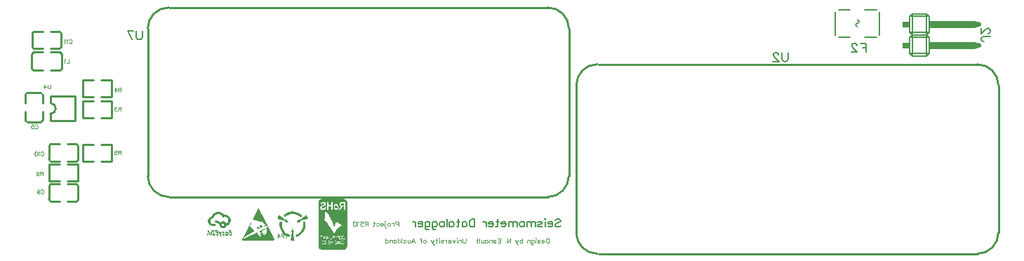
<source format=gbo>
G04 Layer: BottomSilkLayer*
G04 EasyEDA v6.4.19.5, 2021-06-29T13:46:12+12:00*
G04 3cc3b40c68de4bce97ec9925422c83c7,12af84a47dbc45c89479b689871b34a7,10*
G04 Gerber Generator version 0.2*
G04 Scale: 100 percent, Rotated: No, Reflected: No *
G04 Dimensions in millimeters *
G04 leading zeros omitted , absolute positions ,4 integer and 5 decimal *
%FSLAX45Y45*%
%MOMM*%

%ADD10C,0.2540*%
%ADD13C,0.2032*%
%ADD40C,0.1000*%
%ADD41C,0.1524*%
%ADD42C,0.1520*%

%LPD*%
G36*
X5961430Y-2505354D02*
G01*
X5942888Y-2505811D01*
X5936081Y-2506573D01*
X5930341Y-2508046D01*
X5923381Y-2510739D01*
X5918200Y-2513025D01*
X5912815Y-2515717D01*
X5907836Y-2518511D01*
X5903976Y-2520950D01*
X5900318Y-2523845D01*
X5896457Y-2527249D01*
X5892596Y-2531110D01*
X5885281Y-2539593D01*
X5882132Y-2543860D01*
X5879388Y-2548026D01*
X5875223Y-2555595D01*
X5873343Y-2558186D01*
X5871311Y-2559913D01*
X5864047Y-2563317D01*
X5859221Y-2566263D01*
X5854496Y-2569768D01*
X5849975Y-2573832D01*
X5845759Y-2578354D01*
X5841949Y-2583129D01*
X5838748Y-2588107D01*
X5836158Y-2593136D01*
X5834329Y-2597861D01*
X5833262Y-2602230D01*
X5832754Y-2607614D01*
X5832754Y-2623210D01*
X5833262Y-2628595D01*
X5834532Y-2633167D01*
X5836869Y-2638552D01*
X5839206Y-2643073D01*
X5841898Y-2647442D01*
X5844946Y-2651556D01*
X5848299Y-2655366D01*
X5851956Y-2658922D01*
X5855817Y-2662123D01*
X5859932Y-2664968D01*
X5864199Y-2667406D01*
X5868619Y-2669489D01*
X5872937Y-2671216D01*
X5877255Y-2672537D01*
X5881725Y-2673553D01*
X5886500Y-2674264D01*
X5891631Y-2674670D01*
X5897219Y-2674823D01*
X5911748Y-2674315D01*
X5916371Y-2673654D01*
X5919114Y-2672232D01*
X5921552Y-2669590D01*
X5924346Y-2665222D01*
X5925261Y-2660904D01*
X5924346Y-2656586D01*
X5921552Y-2652217D01*
X5917793Y-2647696D01*
X5896813Y-2647899D01*
X5890260Y-2647391D01*
X5884468Y-2646375D01*
X5879388Y-2644851D01*
X5874969Y-2642870D01*
X5871108Y-2640279D01*
X5867806Y-2637180D01*
X5865012Y-2633472D01*
X5862523Y-2628747D01*
X5860846Y-2623718D01*
X5859932Y-2618486D01*
X5859881Y-2613253D01*
X5860542Y-2608072D01*
X5862015Y-2603093D01*
X5864199Y-2598470D01*
X5867196Y-2594356D01*
X5871921Y-2590241D01*
X5877814Y-2586837D01*
X5884113Y-2584500D01*
X5890107Y-2583637D01*
X5893663Y-2583535D01*
X5895594Y-2582976D01*
X5896559Y-2581402D01*
X5897168Y-2578354D01*
X5899099Y-2571648D01*
X5902604Y-2564079D01*
X5907074Y-2556611D01*
X5911951Y-2550414D01*
X5916879Y-2545689D01*
X5922264Y-2541625D01*
X5927953Y-2538272D01*
X5933948Y-2535580D01*
X5940196Y-2533599D01*
X5946648Y-2532278D01*
X5953201Y-2531719D01*
X5959856Y-2531821D01*
X5966561Y-2532684D01*
X5973267Y-2534310D01*
X5979871Y-2536647D01*
X5986373Y-2539695D01*
X5992876Y-2544165D01*
X5999530Y-2550414D01*
X6005423Y-2557424D01*
X6009538Y-2564079D01*
X6012738Y-2570632D01*
X6015228Y-2570073D01*
X6026861Y-2566365D01*
X6032906Y-2565450D01*
X6038799Y-2565349D01*
X6044438Y-2566060D01*
X6049873Y-2567482D01*
X6054953Y-2569616D01*
X6059678Y-2572359D01*
X6063996Y-2575712D01*
X6067806Y-2579624D01*
X6071057Y-2584043D01*
X6073749Y-2588869D01*
X6075781Y-2594152D01*
X6077153Y-2599740D01*
X6077712Y-2605633D01*
X6077508Y-2611780D01*
X6076442Y-2618181D01*
X6073851Y-2624328D01*
X6069380Y-2630982D01*
X6063894Y-2636977D01*
X6058204Y-2641193D01*
X6053328Y-2643886D01*
X6050432Y-2638399D01*
X6046825Y-2632913D01*
X6042101Y-2627985D01*
X6036564Y-2623870D01*
X6030417Y-2620518D01*
X6023864Y-2618130D01*
X6017158Y-2616708D01*
X6010452Y-2616454D01*
X6004001Y-2617368D01*
X5997752Y-2619400D01*
X5991606Y-2622092D01*
X5986475Y-2625039D01*
X5981090Y-2629814D01*
X5980531Y-2629966D01*
X5974791Y-2627477D01*
X5930036Y-2605125D01*
X5924499Y-2602788D01*
X5923229Y-2602534D01*
X5922568Y-2602687D01*
X5921451Y-2603804D01*
X5916777Y-2611323D01*
X5909310Y-2624378D01*
X5965240Y-2652826D01*
X5967577Y-2654706D01*
X5968644Y-2657144D01*
X5968873Y-2658770D01*
X5997041Y-2658770D01*
X5997194Y-2655214D01*
X5997803Y-2652674D01*
X5999073Y-2650490D01*
X6001308Y-2648102D01*
X6003747Y-2646070D01*
X6005982Y-2644851D01*
X6008573Y-2644241D01*
X6011824Y-2644089D01*
X6016752Y-2644597D01*
X6021019Y-2646019D01*
X6024372Y-2648153D01*
X6026607Y-2650998D01*
X6027572Y-2654401D01*
X6027877Y-2658770D01*
X6027572Y-2663139D01*
X6026607Y-2666593D01*
X6024321Y-2669387D01*
X6020816Y-2671572D01*
X6016447Y-2672994D01*
X6011570Y-2673502D01*
X6008471Y-2673350D01*
X6005931Y-2672689D01*
X6003696Y-2671419D01*
X6001308Y-2669438D01*
X5999073Y-2667050D01*
X5997803Y-2664866D01*
X5997194Y-2662326D01*
X5997041Y-2658770D01*
X5968873Y-2658770D01*
X5970371Y-2667558D01*
X5972403Y-2673604D01*
X5975146Y-2679242D01*
X5978601Y-2684272D01*
X5982716Y-2688793D01*
X5987288Y-2692654D01*
X5992368Y-2695803D01*
X5997854Y-2698242D01*
X6003594Y-2699918D01*
X6009640Y-2700731D01*
X6015786Y-2700629D01*
X6022035Y-2699562D01*
X6030112Y-2696718D01*
X6037580Y-2692450D01*
X6044031Y-2687066D01*
X6048908Y-2680919D01*
X6051753Y-2676093D01*
X6052921Y-2673502D01*
X6053378Y-2672994D01*
X6056325Y-2671572D01*
X6063894Y-2668778D01*
X6069177Y-2666187D01*
X6074206Y-2663139D01*
X6079032Y-2659583D01*
X6083604Y-2655620D01*
X6087872Y-2651302D01*
X6091732Y-2646629D01*
X6095187Y-2641752D01*
X6098184Y-2636621D01*
X6100724Y-2631338D01*
X6102705Y-2625902D01*
X6104077Y-2620416D01*
X6104991Y-2614828D01*
X6105448Y-2609342D01*
X6105499Y-2604008D01*
X6105144Y-2598724D01*
X6104331Y-2593594D01*
X6103162Y-2588615D01*
X6101537Y-2583688D01*
X6099454Y-2578963D01*
X6097016Y-2574290D01*
X6094120Y-2569768D01*
X6090869Y-2565400D01*
X6087160Y-2561132D01*
X6081725Y-2555849D01*
X6076086Y-2551277D01*
X6070193Y-2547416D01*
X6063996Y-2544267D01*
X6057544Y-2541828D01*
X6050788Y-2540101D01*
X6043777Y-2539034D01*
X6036411Y-2538679D01*
X6025845Y-2538679D01*
X6020003Y-2532278D01*
X6015888Y-2528112D01*
X6011418Y-2524252D01*
X6006592Y-2520645D01*
X6001461Y-2517343D01*
X5995974Y-2514346D01*
X5990132Y-2511602D01*
X5983986Y-2509164D01*
X5977534Y-2507030D01*
X5973419Y-2506167D01*
X5968136Y-2505608D01*
G37*
G36*
X5832195Y-2725470D02*
G01*
X5829249Y-2739390D01*
X5828284Y-2745740D01*
X5831941Y-2748178D01*
X5833668Y-2748991D01*
X5835650Y-2749550D01*
X5837834Y-2749804D01*
X5842508Y-2749550D01*
X5844286Y-2749854D01*
X5845657Y-2750769D01*
X5846927Y-2752344D01*
X5848451Y-2755493D01*
X5848908Y-2757119D01*
X5849061Y-2758541D01*
X5848299Y-2761589D01*
X5846318Y-2764536D01*
X5843625Y-2766771D01*
X5840882Y-2767634D01*
X5838393Y-2766974D01*
X5835904Y-2765399D01*
X5834024Y-2763367D01*
X5833262Y-2761234D01*
X5832246Y-2759456D01*
X5829960Y-2757220D01*
X5827572Y-2755493D01*
X5826150Y-2755239D01*
X5822848Y-2769006D01*
X5818987Y-2787243D01*
X5819495Y-2788208D01*
X5820968Y-2788615D01*
X5827064Y-2788564D01*
X5828893Y-2787599D01*
X5830062Y-2784957D01*
X5831840Y-2777693D01*
X5833262Y-2776524D01*
X5836462Y-2776118D01*
X5853023Y-2776067D01*
X5857646Y-2785922D01*
X5859170Y-2787802D01*
X5861202Y-2788564D01*
X5866638Y-2788615D01*
X5869686Y-2788259D01*
X5870092Y-2787954D01*
X5865876Y-2778404D01*
X5841136Y-2725470D01*
G37*
G36*
X5934049Y-2725470D02*
G01*
X5924346Y-2725775D01*
X5918504Y-2726791D01*
X5915609Y-2728874D01*
X5914847Y-2732328D01*
X5915456Y-2735173D01*
X5917641Y-2736951D01*
X5921959Y-2737866D01*
X5936589Y-2738475D01*
X5938977Y-2738882D01*
X5939840Y-2739339D01*
X5941466Y-2749346D01*
X5931712Y-2749346D01*
X5925312Y-2749651D01*
X5921349Y-2750616D01*
X5919317Y-2752547D01*
X5918758Y-2755696D01*
X5919368Y-2758795D01*
X5921400Y-2760726D01*
X5925464Y-2761742D01*
X5932017Y-2761996D01*
X5942126Y-2761996D01*
X5944616Y-2776321D01*
X5943295Y-2777032D01*
X5939993Y-2777388D01*
X5927648Y-2777540D01*
X5924194Y-2777947D01*
X5922619Y-2778963D01*
X5921959Y-2780995D01*
X5921705Y-2785008D01*
X5923991Y-2787345D01*
X5929985Y-2788412D01*
X5946952Y-2788615D01*
X5955639Y-2788158D01*
X5956909Y-2787802D01*
X5953455Y-2757220D01*
X5949645Y-2727248D01*
X5948578Y-2726436D01*
X5945784Y-2725877D01*
X5941009Y-2725572D01*
G37*
G36*
X6096609Y-2725470D02*
G01*
X6088938Y-2725572D01*
X6083909Y-2725928D01*
X6080861Y-2726639D01*
X6078982Y-2727807D01*
X6076391Y-2731973D01*
X6077712Y-2735224D01*
X6082690Y-2737358D01*
X6091021Y-2738120D01*
X6097524Y-2738323D01*
X6101080Y-2739339D01*
X6102604Y-2741676D01*
X6102908Y-2745943D01*
X6102705Y-2747873D01*
X6101638Y-2748889D01*
X6098895Y-2749296D01*
X6093815Y-2749346D01*
X6087821Y-2749753D01*
X6083706Y-2750870D01*
X6081318Y-2752852D01*
X6080556Y-2755696D01*
X6081318Y-2758541D01*
X6083757Y-2760522D01*
X6088075Y-2761640D01*
X6098184Y-2762097D01*
X6103670Y-2762656D01*
X6104636Y-2763062D01*
X6105296Y-2765755D01*
X6106972Y-2777337D01*
X6090869Y-2778048D01*
X6087313Y-2778556D01*
X6085179Y-2779369D01*
X6083960Y-2780588D01*
X6083401Y-2781858D01*
X6083198Y-2783078D01*
X6083401Y-2784246D01*
X6083960Y-2785516D01*
X6085332Y-2786786D01*
X6088176Y-2787599D01*
X6093510Y-2788107D01*
X6119012Y-2788767D01*
X6116167Y-2761894D01*
X6111798Y-2725470D01*
G37*
G36*
X5901131Y-2725521D02*
G01*
X5895340Y-2725928D01*
X5887669Y-2726893D01*
X5881573Y-2728569D01*
X5876798Y-2730957D01*
X5873242Y-2734157D01*
X5869432Y-2739898D01*
X5866993Y-2746400D01*
X5865876Y-2753461D01*
X5865970Y-2760116D01*
X5876950Y-2760116D01*
X5877255Y-2751886D01*
X5880150Y-2744673D01*
X5885434Y-2740050D01*
X5889396Y-2738678D01*
X5892850Y-2738120D01*
X5894628Y-2738475D01*
X5895848Y-2740558D01*
X5896864Y-2745689D01*
X5899810Y-2768447D01*
X5900166Y-2774950D01*
X5898997Y-2777236D01*
X5896102Y-2777439D01*
X5891479Y-2776728D01*
X5886958Y-2774696D01*
X5882894Y-2771648D01*
X5879642Y-2767787D01*
X5876950Y-2760116D01*
X5865970Y-2760116D01*
X5867349Y-2767634D01*
X5869940Y-2774137D01*
X5873648Y-2779776D01*
X5878525Y-2784348D01*
X5881725Y-2786278D01*
X5885281Y-2787446D01*
X5890412Y-2788107D01*
X5913374Y-2788920D01*
X5906414Y-2730296D01*
X5905550Y-2726537D01*
X5904230Y-2725623D01*
G37*
G36*
X6016294Y-2740863D02*
G01*
X6011672Y-2741828D01*
X6007150Y-2744774D01*
X6002883Y-2748635D01*
X6008370Y-2758135D01*
X6011316Y-2755138D01*
X6013602Y-2753207D01*
X6015482Y-2752293D01*
X6016955Y-2752496D01*
X6018123Y-2753664D01*
X6017920Y-2754782D01*
X6016752Y-2756662D01*
X6014770Y-2759100D01*
X6007201Y-2767482D01*
X6004763Y-2772664D01*
X6004763Y-2777744D01*
X6007150Y-2783078D01*
X6011976Y-2788005D01*
X6017971Y-2789936D01*
X6024422Y-2788920D01*
X6030620Y-2784805D01*
X6034582Y-2780944D01*
X6028385Y-2772816D01*
X6024372Y-2775966D01*
X6021222Y-2777693D01*
X6018123Y-2778302D01*
X6015736Y-2777744D01*
X6014770Y-2776067D01*
X6015329Y-2774950D01*
X6019190Y-2770276D01*
X6025794Y-2763113D01*
X6027978Y-2760014D01*
X6028994Y-2757373D01*
X6029248Y-2754325D01*
X6029045Y-2751632D01*
X6028385Y-2749346D01*
X6027115Y-2747213D01*
X6025184Y-2745028D01*
X6020866Y-2741930D01*
G37*
G36*
X6058204Y-2740964D02*
G01*
X6054140Y-2741676D01*
X6049822Y-2743504D01*
X6046419Y-2745790D01*
X6044844Y-2748483D01*
X6043523Y-2749245D01*
X6039612Y-2750058D01*
X6038088Y-2752953D01*
X6037783Y-2758948D01*
X6037892Y-2760421D01*
X6048603Y-2760421D01*
X6051448Y-2754833D01*
X6056426Y-2752496D01*
X6061456Y-2753360D01*
X6065824Y-2757068D01*
X6068822Y-2763266D01*
X6069482Y-2766110D01*
X6069634Y-2768396D01*
X6069177Y-2770530D01*
X6068161Y-2772968D01*
X6066078Y-2776016D01*
X6063335Y-2777947D01*
X6060033Y-2778709D01*
X6056376Y-2778302D01*
X6051550Y-2774543D01*
X6048806Y-2767787D01*
X6048603Y-2760421D01*
X6037892Y-2760421D01*
X6040526Y-2786938D01*
X6041542Y-2788259D01*
X6043371Y-2788615D01*
X6045657Y-2787954D01*
X6049264Y-2785160D01*
X6050330Y-2784754D01*
X6051397Y-2785211D01*
X6052870Y-2786532D01*
X6056833Y-2788920D01*
X6061710Y-2789783D01*
X6066790Y-2789174D01*
X6071311Y-2787040D01*
X6074816Y-2783382D01*
X6077712Y-2778404D01*
X6079693Y-2772613D01*
X6080455Y-2766720D01*
X6079439Y-2760726D01*
X6076543Y-2754172D01*
X6072479Y-2748178D01*
X6068009Y-2744114D01*
X6065621Y-2742895D01*
X6062980Y-2741879D01*
X6060389Y-2741218D01*
G37*
G36*
X5956706Y-2742336D02*
G01*
X5973013Y-2775102D01*
X5983020Y-2794711D01*
X5986018Y-2799994D01*
X5988202Y-2803093D01*
X5989929Y-2804566D01*
X5991606Y-2805125D01*
X5995670Y-2805379D01*
X5998565Y-2805125D01*
X5999022Y-2804769D01*
X5997448Y-2800908D01*
X5988354Y-2781960D01*
X5999022Y-2743301D01*
X5998616Y-2742946D01*
X5995873Y-2742438D01*
X5988812Y-2742336D01*
X5981141Y-2768295D01*
X5972708Y-2750667D01*
X5969203Y-2744673D01*
X5966358Y-2742590D01*
X5962599Y-2742336D01*
G37*
G36*
X5839917Y-2753969D02*
G01*
X5838342Y-2755138D01*
X5837478Y-2757474D01*
X5837783Y-2760014D01*
X5839206Y-2761437D01*
X5841238Y-2761589D01*
X5843473Y-2760167D01*
X5844438Y-2758948D01*
X5844844Y-2757932D01*
X5844590Y-2756916D01*
X5843828Y-2755696D01*
X5841898Y-2754122D01*
G37*
G36*
X7469327Y-2345385D02*
G01*
X7198614Y-2346452D01*
X7189012Y-2351786D01*
X7184948Y-2354376D01*
X7180935Y-2357526D01*
X7177430Y-2360828D01*
X7174941Y-2363825D01*
X7172858Y-2367381D01*
X7170623Y-2372055D01*
X7168438Y-2377287D01*
X7166609Y-2382469D01*
X7162901Y-2394407D01*
X7163045Y-2452674D01*
X7186777Y-2452674D01*
X7186879Y-2449220D01*
X7187336Y-2445816D01*
X7188098Y-2442819D01*
X7189622Y-2439974D01*
X7191959Y-2436876D01*
X7194854Y-2433980D01*
X7197902Y-2431643D01*
X7201763Y-2429560D01*
X7206742Y-2427478D01*
X7212126Y-2425547D01*
X7222083Y-2422804D01*
X7225588Y-2421382D01*
X7227671Y-2420061D01*
X7227976Y-2418892D01*
X7227620Y-2418029D01*
X7227722Y-2417673D01*
X7228331Y-2417724D01*
X7230668Y-2418689D01*
X7232243Y-2418638D01*
X7233869Y-2418130D01*
X7235393Y-2417114D01*
X7236714Y-2415641D01*
X7237780Y-2413762D01*
X7238492Y-2411730D01*
X7238746Y-2409799D01*
X7238390Y-2407869D01*
X7237425Y-2405938D01*
X7236053Y-2404211D01*
X7234326Y-2402890D01*
X7231735Y-2401925D01*
X7228078Y-2401163D01*
X7223759Y-2400604D01*
X7219289Y-2400401D01*
X7208723Y-2400401D01*
X7200900Y-2414778D01*
X7187793Y-2414828D01*
X7189317Y-2408224D01*
X7190333Y-2405227D01*
X7191857Y-2401976D01*
X7193737Y-2398826D01*
X7195718Y-2396236D01*
X7198258Y-2393950D01*
X7201560Y-2391714D01*
X7205167Y-2389784D01*
X7208723Y-2388412D01*
X7216241Y-2386787D01*
X7222693Y-2386228D01*
X7228941Y-2387041D01*
X7235952Y-2388717D01*
X7239406Y-2390190D01*
X7242657Y-2392476D01*
X7245603Y-2395372D01*
X7247991Y-2398725D01*
X7249769Y-2402179D01*
X7251192Y-2405938D01*
X7252157Y-2409494D01*
X7252512Y-2412492D01*
X7252208Y-2415235D01*
X7251496Y-2418283D01*
X7250379Y-2421229D01*
X7249058Y-2423718D01*
X7246721Y-2426106D01*
X7242860Y-2428798D01*
X7238085Y-2431491D01*
X7232903Y-2433828D01*
X7222642Y-2437333D01*
X7218527Y-2438400D01*
X7213650Y-2439263D01*
X7210907Y-2440482D01*
X7207961Y-2442260D01*
X7205167Y-2444496D01*
X7198817Y-2450185D01*
X7202728Y-2456434D01*
X7204709Y-2458974D01*
X7207199Y-2461310D01*
X7209891Y-2463139D01*
X7212380Y-2464206D01*
X7215225Y-2464663D01*
X7218730Y-2464816D01*
X7222388Y-2464663D01*
X7225842Y-2464206D01*
X7229094Y-2463292D01*
X7232294Y-2461920D01*
X7235088Y-2460294D01*
X7237069Y-2458567D01*
X7238492Y-2456535D01*
X7240778Y-2451811D01*
X7242048Y-2447696D01*
X7243216Y-2446020D01*
X7244689Y-2444699D01*
X7246366Y-2444038D01*
X7248194Y-2443784D01*
X7250226Y-2443784D01*
X7253681Y-2444445D01*
X7256830Y-2445766D01*
X7254697Y-2453589D01*
X7253325Y-2457246D01*
X7251141Y-2461310D01*
X7248448Y-2465273D01*
X7245603Y-2468727D01*
X7238644Y-2475992D01*
X7202322Y-2475992D01*
X7195413Y-2469032D01*
X7192619Y-2465832D01*
X7190130Y-2462276D01*
X7188200Y-2458720D01*
X7187133Y-2455672D01*
X7186777Y-2452674D01*
X7163045Y-2452674D01*
X7163105Y-2477160D01*
X7268565Y-2477160D01*
X7268565Y-2388412D01*
X7282332Y-2388412D01*
X7282332Y-2423515D01*
X7320178Y-2423210D01*
X7322464Y-2387600D01*
X7335113Y-2387041D01*
X7335113Y-2443073D01*
X7348880Y-2443073D01*
X7349134Y-2438654D01*
X7349744Y-2434132D01*
X7350658Y-2430068D01*
X7351775Y-2427020D01*
X7353350Y-2424430D01*
X7355484Y-2421636D01*
X7357922Y-2418994D01*
X7360412Y-2416759D01*
X7363256Y-2414981D01*
X7366812Y-2413355D01*
X7370622Y-2412085D01*
X7374178Y-2411374D01*
X7381240Y-2411069D01*
X7384491Y-2411222D01*
X7386980Y-2411577D01*
X7389368Y-2412542D01*
X7392365Y-2414473D01*
X7395514Y-2417013D01*
X7398461Y-2419908D01*
X7405065Y-2427122D01*
X7405065Y-2462682D01*
X7392970Y-2475331D01*
X7413091Y-2475331D01*
X7414158Y-2472436D01*
X7417917Y-2465832D01*
X7418730Y-2463546D01*
X7418984Y-2461514D01*
X7418628Y-2459990D01*
X7418120Y-2458974D01*
X7418120Y-2458466D01*
X7418628Y-2458415D01*
X7420660Y-2459482D01*
X7421524Y-2459532D01*
X7422083Y-2459228D01*
X7422946Y-2456942D01*
X7424674Y-2454148D01*
X7433513Y-2442514D01*
X7435596Y-2439365D01*
X7436662Y-2437180D01*
X7436408Y-2436418D01*
X7434935Y-2435910D01*
X7432700Y-2434590D01*
X7429957Y-2432608D01*
X7420000Y-2423972D01*
X7420000Y-2400198D01*
X7431227Y-2388412D01*
X7486548Y-2388412D01*
X7486548Y-2477160D01*
X7472781Y-2477160D01*
X7472781Y-2438806D01*
X7452918Y-2438806D01*
X7448245Y-2444191D01*
X7442504Y-2452065D01*
X7435240Y-2463393D01*
X7426909Y-2477160D01*
X7417358Y-2477058D01*
X7415123Y-2476652D01*
X7413650Y-2476042D01*
X7413091Y-2475331D01*
X7392873Y-2475433D01*
X7370267Y-2477719D01*
X7362850Y-2473706D01*
X7359599Y-2471470D01*
X7356551Y-2468524D01*
X7354011Y-2465070D01*
X7352131Y-2461514D01*
X7350861Y-2457551D01*
X7349845Y-2452725D01*
X7349134Y-2447696D01*
X7348880Y-2443073D01*
X7335113Y-2443073D01*
X7335113Y-2477516D01*
X7322464Y-2475992D01*
X7321143Y-2436418D01*
X7282332Y-2436418D01*
X7282332Y-2477160D01*
X7163105Y-2477160D01*
X7163407Y-2599537D01*
X7237374Y-2599537D01*
X7242352Y-2585110D01*
X7243876Y-2579522D01*
X7245248Y-2572207D01*
X7246264Y-2564180D01*
X7246772Y-2556357D01*
X7246721Y-2548026D01*
X7246315Y-2538730D01*
X7245502Y-2529484D01*
X7244435Y-2521559D01*
X7241895Y-2507742D01*
X7239406Y-2495600D01*
X7239304Y-2493518D01*
X7239558Y-2492146D01*
X7240219Y-2491638D01*
X7241794Y-2492298D01*
X7248347Y-2496616D01*
X7252512Y-2499766D01*
X7257288Y-2503830D01*
X7262723Y-2509012D01*
X7268108Y-2514650D01*
X7272832Y-2520035D01*
X7282586Y-2532735D01*
X7292136Y-2546096D01*
X7296759Y-2553563D01*
X7302550Y-2563622D01*
X7308748Y-2575001D01*
X7314539Y-2586329D01*
X7320534Y-2598877D01*
X7327036Y-2613406D01*
X7333284Y-2628239D01*
X7342936Y-2653233D01*
X7354366Y-2684424D01*
X7359650Y-2672537D01*
X7361580Y-2667711D01*
X7363002Y-2663291D01*
X7363815Y-2659735D01*
X7363764Y-2657602D01*
X7363510Y-2656484D01*
X7363561Y-2655722D01*
X7363968Y-2655468D01*
X7364628Y-2655722D01*
X7365949Y-2654909D01*
X7368133Y-2651810D01*
X7370825Y-2646883D01*
X7381290Y-2624734D01*
X7382357Y-2622905D01*
X7384084Y-2623210D01*
X7387844Y-2625242D01*
X7393025Y-2628595D01*
X7422286Y-2650439D01*
X7435088Y-2660345D01*
X7439964Y-2664409D01*
X7443368Y-2667558D01*
X7444841Y-2669286D01*
X7444790Y-2670149D01*
X7444130Y-2670860D01*
X7442962Y-2671318D01*
X7438847Y-2672080D01*
X7435088Y-2673553D01*
X7430516Y-2675737D01*
X7425740Y-2678430D01*
X7420305Y-2682087D01*
X7414056Y-2687015D01*
X7407757Y-2692552D01*
X7402169Y-2697988D01*
X7396480Y-2704287D01*
X7389875Y-2712059D01*
X7377277Y-2728112D01*
X7372146Y-2735529D01*
X7368438Y-2741625D01*
X7366406Y-2746044D01*
X7366203Y-2748483D01*
X7366762Y-2749600D01*
X7366812Y-2750159D01*
X7366355Y-2750261D01*
X7365441Y-2749804D01*
X7364069Y-2749905D01*
X7362190Y-2751378D01*
X7360056Y-2754122D01*
X7353706Y-2764637D01*
X7352080Y-2766669D01*
X7351115Y-2767431D01*
X7350302Y-2766923D01*
X7348016Y-2763520D01*
X7341920Y-2751582D01*
X7328662Y-2727452D01*
X7311745Y-2698038D01*
X7295388Y-2671114D01*
X7289596Y-2662123D01*
X7277404Y-2644444D01*
X7272121Y-2637129D01*
X7266178Y-2629509D01*
X7259980Y-2622245D01*
X7258405Y-2620670D01*
X7257389Y-2620111D01*
X7255256Y-2619857D01*
X7253782Y-2620365D01*
X7253478Y-2620010D01*
X7253478Y-2619095D01*
X7253884Y-2617825D01*
X7253833Y-2615946D01*
X7252512Y-2613761D01*
X7249769Y-2611374D01*
X7241743Y-2606090D01*
X7239000Y-2603652D01*
X7237526Y-2601417D01*
X7237374Y-2599537D01*
X7163407Y-2599537D01*
X7163850Y-2788666D01*
X7371791Y-2788716D01*
X7381697Y-2790240D01*
X7386218Y-2807157D01*
X7389418Y-2817825D01*
X7390282Y-2818079D01*
X7391501Y-2815894D01*
X7392974Y-2811729D01*
X7394600Y-2805836D01*
X7398410Y-2790240D01*
X7403490Y-2789478D01*
X7405522Y-2789428D01*
X7407402Y-2789885D01*
X7408875Y-2790698D01*
X7409688Y-2791917D01*
X7410094Y-2794762D01*
X7410399Y-2807309D01*
X7409998Y-2825445D01*
X7414259Y-2825445D01*
X7414259Y-2800604D01*
X7420711Y-2794812D01*
X7423708Y-2792577D01*
X7427112Y-2790748D01*
X7430516Y-2789478D01*
X7433462Y-2789021D01*
X7436459Y-2789478D01*
X7439558Y-2790647D01*
X7442504Y-2792526D01*
X7445095Y-2794914D01*
X7447330Y-2798064D01*
X7449210Y-2801975D01*
X7450632Y-2806496D01*
X7451496Y-2811221D01*
X7452614Y-2821635D01*
X7452002Y-2822397D01*
X7453325Y-2822397D01*
X7460132Y-2817926D01*
X7464348Y-2823870D01*
X7466228Y-2826207D01*
X7468158Y-2828086D01*
X7469987Y-2829356D01*
X7471460Y-2829814D01*
X7472883Y-2829458D01*
X7474610Y-2828544D01*
X7476439Y-2827121D01*
X7478115Y-2825445D01*
X7479588Y-2823057D01*
X7480808Y-2819857D01*
X7481620Y-2816250D01*
X7481925Y-2812643D01*
X7481620Y-2808833D01*
X7480808Y-2805379D01*
X7479487Y-2802432D01*
X7477759Y-2800197D01*
X7474000Y-2797403D01*
X7472222Y-2796540D01*
X7470902Y-2796235D01*
X7469631Y-2796641D01*
X7468158Y-2797657D01*
X7466685Y-2799181D01*
X7463993Y-2802890D01*
X7462469Y-2804414D01*
X7460945Y-2805480D01*
X7459573Y-2805836D01*
X7458456Y-2805480D01*
X7457541Y-2804464D01*
X7456931Y-2802991D01*
X7456678Y-2801162D01*
X7457084Y-2799080D01*
X7458202Y-2796794D01*
X7459827Y-2794609D01*
X7461808Y-2792780D01*
X7464196Y-2791307D01*
X7466990Y-2790139D01*
X7469733Y-2789326D01*
X7472222Y-2789021D01*
X7474762Y-2789529D01*
X7477709Y-2790799D01*
X7480655Y-2792730D01*
X7483348Y-2795066D01*
X7489088Y-2801112D01*
X7488123Y-2822448D01*
X7487107Y-2830474D01*
X7486599Y-2831541D01*
X7485684Y-2831642D01*
X7477607Y-2835402D01*
X7474610Y-2836214D01*
X7471613Y-2836621D01*
X7468870Y-2836570D01*
X7466177Y-2835757D01*
X7463231Y-2834081D01*
X7460437Y-2831795D01*
X7458100Y-2829102D01*
X7453325Y-2822397D01*
X7452002Y-2822397D01*
X7440218Y-2837027D01*
X7433665Y-2837027D01*
X7430617Y-2836570D01*
X7427163Y-2835351D01*
X7423708Y-2833471D01*
X7420711Y-2831236D01*
X7414259Y-2825445D01*
X7409998Y-2825445D01*
X7409688Y-2835808D01*
X7402779Y-2835808D01*
X7400442Y-2811830D01*
X7397394Y-2824429D01*
X7395921Y-2829509D01*
X7394295Y-2833471D01*
X7392670Y-2836062D01*
X7391196Y-2837027D01*
X7389926Y-2836875D01*
X7388656Y-2836418D01*
X7387590Y-2835706D01*
X7386878Y-2834894D01*
X7384999Y-2829610D01*
X7379004Y-2807055D01*
X7378700Y-2837027D01*
X7371791Y-2837027D01*
X7371791Y-2788716D01*
X7220556Y-2788716D01*
X7221455Y-2789021D01*
X7300671Y-2789021D01*
X7300671Y-2837027D01*
X7305294Y-2837027D01*
X7305294Y-2828036D01*
X7312355Y-2828645D01*
X7315403Y-2828696D01*
X7317841Y-2828188D01*
X7319619Y-2827274D01*
X7320635Y-2825902D01*
X7321143Y-2823311D01*
X7321956Y-2813050D01*
X7322464Y-2800299D01*
X7323124Y-2795066D01*
X7323937Y-2791358D01*
X7324902Y-2789783D01*
X7325969Y-2789580D01*
X7327087Y-2789682D01*
X7328153Y-2790037D01*
X7328916Y-2790596D01*
X7329525Y-2792984D01*
X7330033Y-2798318D01*
X7330326Y-2804464D01*
X7335113Y-2804464D01*
X7335367Y-2801264D01*
X7336129Y-2798165D01*
X7337196Y-2795625D01*
X7338568Y-2793847D01*
X7340650Y-2792577D01*
X7343851Y-2791409D01*
X7347661Y-2790393D01*
X7351725Y-2789732D01*
X7355636Y-2789428D01*
X7359142Y-2789478D01*
X7361783Y-2789783D01*
X7363206Y-2790393D01*
X7363866Y-2792882D01*
X7364425Y-2798267D01*
X7364933Y-2814624D01*
X7364933Y-2837027D01*
X7358024Y-2837027D01*
X7358024Y-2817825D01*
X7349337Y-2817825D01*
X7345730Y-2817622D01*
X7342378Y-2816961D01*
X7339634Y-2816047D01*
X7337856Y-2814929D01*
X7336790Y-2813253D01*
X7335926Y-2810662D01*
X7335316Y-2807614D01*
X7335113Y-2804464D01*
X7330326Y-2804464D01*
X7330490Y-2837027D01*
X7293813Y-2837027D01*
X7293813Y-2789021D01*
X7221455Y-2789021D01*
X7223252Y-2789631D01*
X7224471Y-2791053D01*
X7225538Y-2794203D01*
X7226350Y-2798826D01*
X7227519Y-2818841D01*
X7238796Y-2798165D01*
X7241692Y-2793492D01*
X7243927Y-2790342D01*
X7245197Y-2789224D01*
X7249058Y-2790444D01*
X7249972Y-2792476D01*
X7250531Y-2797403D01*
X7250785Y-2804820D01*
X7249966Y-2835605D01*
X7254240Y-2835605D01*
X7254290Y-2833319D01*
X7255509Y-2828137D01*
X7257592Y-2820873D01*
X7260437Y-2812237D01*
X7263942Y-2802839D01*
X7267041Y-2795778D01*
X7269683Y-2791256D01*
X7271766Y-2789478D01*
X7273340Y-2789529D01*
X7274814Y-2790190D01*
X7276084Y-2791409D01*
X7276998Y-2793085D01*
X7289596Y-2828594D01*
X7291527Y-2835148D01*
X7291222Y-2835910D01*
X7290460Y-2836468D01*
X7289342Y-2836875D01*
X7287971Y-2837027D01*
X7286396Y-2836468D01*
X7284720Y-2834894D01*
X7283196Y-2832608D01*
X7281976Y-2829814D01*
X7279589Y-2822651D01*
X7264450Y-2822651D01*
X7260945Y-2832608D01*
X7259726Y-2834894D01*
X7258558Y-2836468D01*
X7257592Y-2837027D01*
X7255764Y-2836621D01*
X7254240Y-2835605D01*
X7249966Y-2835605D01*
X7249922Y-2837027D01*
X7243318Y-2837027D01*
X7243267Y-2807055D01*
X7234631Y-2822346D01*
X7229551Y-2830322D01*
X7227722Y-2832811D01*
X7224725Y-2835808D01*
X7223353Y-2836672D01*
X7222337Y-2837027D01*
X7221575Y-2835097D01*
X7220966Y-2829915D01*
X7220559Y-2822244D01*
X7220407Y-2788666D01*
X7163850Y-2788666D01*
X7163851Y-2789021D01*
X7215784Y-2789021D01*
X7215784Y-2798622D01*
X7204506Y-2798622D01*
X7203186Y-2835808D01*
X7196277Y-2835808D01*
X7194956Y-2798622D01*
X7183678Y-2798622D01*
X7183678Y-2789021D01*
X7163851Y-2789021D01*
X7164086Y-2892196D01*
X7206640Y-2892196D01*
X7206640Y-2885135D01*
X7214971Y-2885490D01*
X7218883Y-2885338D01*
X7222083Y-2884627D01*
X7224572Y-2883306D01*
X7226452Y-2881325D01*
X7227671Y-2879191D01*
X7228636Y-2876600D01*
X7229348Y-2873959D01*
X7229551Y-2871520D01*
X7229297Y-2869133D01*
X7228484Y-2866644D01*
X7227366Y-2864256D01*
X7225944Y-2862376D01*
X7223912Y-2860903D01*
X7221067Y-2859735D01*
X7217714Y-2858922D01*
X7210806Y-2858414D01*
X7208469Y-2857855D01*
X7207250Y-2856941D01*
X7207199Y-2855620D01*
X7208164Y-2854401D01*
X7210196Y-2853283D01*
X7212939Y-2852420D01*
X7216089Y-2851912D01*
X7220000Y-2851912D01*
X7223658Y-2852623D01*
X7227011Y-2854045D01*
X7230262Y-2856280D01*
X7236459Y-2861360D01*
X7236459Y-2882595D01*
X7227265Y-2892196D01*
X7236053Y-2892196D01*
X7237018Y-2889199D01*
X7238034Y-2888030D01*
X7240016Y-2887065D01*
X7242708Y-2886456D01*
X7245807Y-2886202D01*
X7253630Y-2886202D01*
X7253630Y-2880207D01*
X7253427Y-2877718D01*
X7252716Y-2875788D01*
X7251649Y-2874518D01*
X7250226Y-2873959D01*
X7242759Y-2873349D01*
X7241184Y-2873044D01*
X7239914Y-2872384D01*
X7239050Y-2871571D01*
X7238746Y-2870606D01*
X7239355Y-2869692D01*
X7241082Y-2868930D01*
X7243673Y-2868422D01*
X7246772Y-2868218D01*
X7254798Y-2868218D01*
X7254798Y-2858617D01*
X7238746Y-2858617D01*
X7238746Y-2851404D01*
X7268718Y-2851404D01*
X7269112Y-2852572D01*
X7337399Y-2852572D01*
X7337653Y-2852115D01*
X7339279Y-2851505D01*
X7340447Y-2851404D01*
X7342225Y-2852978D01*
X7344765Y-2857347D01*
X7347813Y-2863900D01*
X7350963Y-2871978D01*
X7353757Y-2880106D01*
X7355840Y-2886964D01*
X7357016Y-2892196D01*
X7360361Y-2892196D01*
X7360361Y-2885338D01*
X7374686Y-2887268D01*
X7370673Y-2882595D01*
X7368946Y-2880868D01*
X7367320Y-2879598D01*
X7365949Y-2878937D01*
X7364374Y-2879140D01*
X7363764Y-2878836D01*
X7363104Y-2877108D01*
X7360920Y-2864612D01*
X7360970Y-2861818D01*
X7361580Y-2859328D01*
X7362647Y-2857398D01*
X7364323Y-2856026D01*
X7366812Y-2854858D01*
X7369759Y-2854096D01*
X7372858Y-2853791D01*
X7378496Y-2854299D01*
X7380579Y-2854807D01*
X7381748Y-2855417D01*
X7382814Y-2857093D01*
X7383272Y-2858871D01*
X7382713Y-2859633D01*
X7381087Y-2860395D01*
X7375804Y-2861462D01*
X7368387Y-2862224D01*
X7369149Y-2866999D01*
X7370064Y-2869539D01*
X7371915Y-2872841D01*
X7386066Y-2872841D01*
X7386370Y-2868828D01*
X7387081Y-2865374D01*
X7388047Y-2862021D01*
X7389215Y-2859176D01*
X7390333Y-2857195D01*
X7391908Y-2855874D01*
X7394143Y-2854807D01*
X7396835Y-2854096D01*
X7399578Y-2853791D01*
X7402728Y-2854198D01*
X7405471Y-2855315D01*
X7407859Y-2857195D01*
X7409942Y-2859887D01*
X7413752Y-2865983D01*
X7416342Y-2860497D01*
X7417917Y-2858058D01*
X7420102Y-2856179D01*
X7422896Y-2854960D01*
X7426198Y-2854248D01*
X7433462Y-2853537D01*
X7441234Y-2865932D01*
X7440015Y-2875534D01*
X7439304Y-2879598D01*
X7438288Y-2883408D01*
X7437069Y-2886659D01*
X7435900Y-2888843D01*
X7434173Y-2890266D01*
X7431836Y-2891231D01*
X7429042Y-2891739D01*
X7425994Y-2891739D01*
X7422794Y-2891078D01*
X7420051Y-2889808D01*
X7417917Y-2887929D01*
X7416342Y-2885490D01*
X7413752Y-2880004D01*
X7406131Y-2892196D01*
X7442911Y-2892196D01*
X7442911Y-2884474D01*
X7456271Y-2886506D01*
X7450734Y-2878937D01*
X7448600Y-2875534D01*
X7446873Y-2871825D01*
X7445654Y-2868371D01*
X7445248Y-2865475D01*
X7445451Y-2862935D01*
X7446060Y-2860446D01*
X7446924Y-2858262D01*
X7447991Y-2856687D01*
X7449616Y-2855569D01*
X7452055Y-2854655D01*
X7454900Y-2854045D01*
X7457948Y-2853791D01*
X7463383Y-2854248D01*
X7465364Y-2854706D01*
X7466482Y-2855264D01*
X7466939Y-2856026D01*
X7467142Y-2857144D01*
X7466787Y-2859633D01*
X7465822Y-2860751D01*
X7464145Y-2861462D01*
X7461758Y-2861716D01*
X7458913Y-2861513D01*
X7452106Y-2860446D01*
X7452106Y-2865526D01*
X7452766Y-2868218D01*
X7454493Y-2871825D01*
X7457033Y-2875889D01*
X7463281Y-2883611D01*
X7467549Y-2889351D01*
X7468158Y-2890672D01*
X7467193Y-2891282D01*
X7460437Y-2892094D01*
X7392568Y-2892196D01*
X7388809Y-2884627D01*
X7387336Y-2880868D01*
X7386421Y-2876905D01*
X7386066Y-2872841D01*
X7371943Y-2872892D01*
X7374636Y-2876651D01*
X7380782Y-2883763D01*
X7384948Y-2889148D01*
X7385558Y-2890520D01*
X7384592Y-2891180D01*
X7381849Y-2891688D01*
X7372959Y-2892196D01*
X7357016Y-2892196D01*
X7357059Y-2894025D01*
X7356348Y-2894431D01*
X7355484Y-2894380D01*
X7354519Y-2893974D01*
X7353604Y-2893263D01*
X7352233Y-2890875D01*
X7347356Y-2879750D01*
X7341717Y-2865018D01*
X7337399Y-2852572D01*
X7269112Y-2852572D01*
X7269523Y-2853791D01*
X7294524Y-2853791D01*
X7298791Y-2854045D01*
X7302246Y-2854655D01*
X7304633Y-2855569D01*
X7305802Y-2856788D01*
X7306411Y-2860954D01*
X7306614Y-2866745D01*
X7306502Y-2870606D01*
X7309866Y-2870606D01*
X7310170Y-2867812D01*
X7310932Y-2864713D01*
X7312050Y-2861716D01*
X7313422Y-2859125D01*
X7315403Y-2856839D01*
X7317841Y-2855214D01*
X7320584Y-2854147D01*
X7323734Y-2853791D01*
X7330389Y-2853791D01*
X7338263Y-2866339D01*
X7331405Y-2878988D01*
X7318552Y-2878785D01*
X7325207Y-2884170D01*
X7329931Y-2887675D01*
X7336231Y-2891891D01*
X7326477Y-2891942D01*
X7323785Y-2891586D01*
X7321550Y-2891028D01*
X7320076Y-2890367D01*
X7317181Y-2887370D01*
X7313726Y-2882646D01*
X7312253Y-2879902D01*
X7310983Y-2876702D01*
X7310170Y-2873451D01*
X7309866Y-2870606D01*
X7306502Y-2870606D01*
X7306411Y-2873705D01*
X7300722Y-2874619D01*
X7296099Y-2875940D01*
X7294219Y-2876854D01*
X7292898Y-2877769D01*
X7292238Y-2878937D01*
X7292136Y-2880410D01*
X7292695Y-2882036D01*
X7293762Y-2883763D01*
X7295286Y-2885135D01*
X7297267Y-2886202D01*
X7299452Y-2886811D01*
X7303566Y-2886760D01*
X7305344Y-2887116D01*
X7306767Y-2887726D01*
X7307580Y-2888589D01*
X7307580Y-2889605D01*
X7306818Y-2890520D01*
X7305344Y-2891282D01*
X7303312Y-2891790D01*
X7300772Y-2891993D01*
X7295032Y-2891637D01*
X7292441Y-2891180D01*
X7290104Y-2890164D01*
X7288072Y-2888488D01*
X7286548Y-2886252D01*
X7285532Y-2883662D01*
X7285126Y-2880715D01*
X7285431Y-2877921D01*
X7286447Y-2875381D01*
X7288174Y-2872892D01*
X7290053Y-2871063D01*
X7292238Y-2869590D01*
X7294422Y-2868574D01*
X7298080Y-2867964D01*
X7299147Y-2867304D01*
X7299553Y-2866237D01*
X7299299Y-2864764D01*
X7298334Y-2863342D01*
X7296658Y-2862072D01*
X7294473Y-2861106D01*
X7289698Y-2860040D01*
X7287615Y-2859125D01*
X7286040Y-2858058D01*
X7285177Y-2856788D01*
X7284262Y-2853791D01*
X7269523Y-2853791D01*
X7281316Y-2885592D01*
X7284415Y-2894584D01*
X7281214Y-2894584D01*
X7279335Y-2893110D01*
X7276795Y-2888843D01*
X7273747Y-2882239D01*
X7262825Y-2852724D01*
X7261504Y-2892196D01*
X7164086Y-2892196D01*
X7164171Y-2929382D01*
X7168286Y-2937256D01*
X7170064Y-2940202D01*
X7171842Y-2942386D01*
X7173468Y-2943606D01*
X7174636Y-2943656D01*
X7175500Y-2943250D01*
X7176160Y-2943250D01*
X7176516Y-2943555D01*
X7176516Y-2948787D01*
X7177582Y-2950362D01*
X7180275Y-2952699D01*
X7184136Y-2955493D01*
X7200900Y-2965348D01*
X7390892Y-2965196D01*
X7447838Y-2964637D01*
X7467041Y-2964230D01*
X7478166Y-2963773D01*
X7480300Y-2963519D01*
X7483449Y-2962097D01*
X7487412Y-2959709D01*
X7491628Y-2956610D01*
X7495641Y-2953156D01*
X7499451Y-2948990D01*
X7503210Y-2943860D01*
X7506462Y-2938475D01*
X7508748Y-2933446D01*
X7512913Y-2922168D01*
X7512913Y-2387244D01*
X7509916Y-2378456D01*
X7508138Y-2374392D01*
X7505547Y-2369921D01*
X7502398Y-2365451D01*
X7499146Y-2361641D01*
X7495235Y-2358237D01*
X7490358Y-2354783D01*
X7485176Y-2351735D01*
X7480300Y-2349500D01*
G37*
G36*
X7438440Y-2400401D02*
G01*
X7431125Y-2412085D01*
X7433716Y-2417165D01*
X7435189Y-2419299D01*
X7437272Y-2421432D01*
X7439659Y-2423210D01*
X7442098Y-2424531D01*
X7445298Y-2425395D01*
X7449820Y-2426157D01*
X7455001Y-2426614D01*
X7460284Y-2426817D01*
X7472781Y-2426817D01*
X7472781Y-2400401D01*
G37*
G36*
X7378242Y-2422144D02*
G01*
X7375398Y-2422855D01*
X7370876Y-2424734D01*
X7368489Y-2426309D01*
X7366253Y-2428494D01*
X7364425Y-2431084D01*
X7363206Y-2433726D01*
X7361936Y-2439212D01*
X7361580Y-2443581D01*
X7362291Y-2451404D01*
X7362799Y-2453386D01*
X7363866Y-2455773D01*
X7365390Y-2458212D01*
X7367219Y-2460396D01*
X7369505Y-2462276D01*
X7372400Y-2463800D01*
X7375448Y-2464816D01*
X7378344Y-2465171D01*
X7381138Y-2464866D01*
X7384034Y-2463952D01*
X7386574Y-2462631D01*
X7388504Y-2461006D01*
X7390028Y-2458872D01*
X7391501Y-2456129D01*
X7392771Y-2453182D01*
X7393635Y-2450338D01*
X7394041Y-2447137D01*
X7393990Y-2443327D01*
X7393482Y-2439365D01*
X7392619Y-2435656D01*
X7391196Y-2432253D01*
X7389266Y-2429103D01*
X7387132Y-2426563D01*
X7384948Y-2424887D01*
X7380884Y-2423058D01*
G37*
G36*
X7432751Y-2796286D02*
G01*
X7430211Y-2796844D01*
X7427569Y-2798114D01*
X7426350Y-2799384D01*
X7424928Y-2801467D01*
X7423505Y-2804058D01*
X7419797Y-2813913D01*
X7422438Y-2820568D01*
X7423810Y-2823311D01*
X7425537Y-2825699D01*
X7427468Y-2827629D01*
X7429347Y-2828696D01*
X7431328Y-2829001D01*
X7433716Y-2828899D01*
X7436103Y-2828391D01*
X7438237Y-2827477D01*
X7440117Y-2826054D01*
X7441641Y-2824073D01*
X7442758Y-2821838D01*
X7443266Y-2819552D01*
X7443419Y-2814015D01*
X7443165Y-2808224D01*
X7442708Y-2805684D01*
X7441742Y-2803093D01*
X7440422Y-2800858D01*
X7438948Y-2799232D01*
X7435545Y-2797149D01*
X7433970Y-2796489D01*
G37*
G36*
X7358024Y-2798318D02*
G01*
X7343140Y-2799842D01*
X7343140Y-2809443D01*
X7358024Y-2810916D01*
G37*
G36*
X7271715Y-2803296D02*
G01*
X7271156Y-2803956D01*
X7268159Y-2811221D01*
X7266127Y-2815437D01*
X7277353Y-2815437D01*
X7273594Y-2805531D01*
X7272578Y-2803906D01*
G37*
G36*
X7323429Y-2858617D02*
G01*
X7322464Y-2858973D01*
X7320127Y-2861564D01*
X7319009Y-2863443D01*
X7318146Y-2865526D01*
X7317689Y-2867558D01*
X7317587Y-2869387D01*
X7317943Y-2870657D01*
X7318806Y-2871571D01*
X7320229Y-2872333D01*
X7321956Y-2872841D01*
X7323836Y-2872994D01*
X7325715Y-2872740D01*
X7327442Y-2871927D01*
X7328814Y-2870809D01*
X7329678Y-2869387D01*
X7329982Y-2867710D01*
X7329830Y-2865780D01*
X7329170Y-2863850D01*
X7328204Y-2862173D01*
X7325614Y-2859684D01*
X7324394Y-2858871D01*
G37*
G36*
X7426756Y-2858617D02*
G01*
X7425690Y-2859074D01*
X7424470Y-2860395D01*
X7423302Y-2862275D01*
X7422286Y-2864612D01*
X7421524Y-2867507D01*
X7421168Y-2870962D01*
X7421118Y-2874568D01*
X7421473Y-2877870D01*
X7423150Y-2883408D01*
X7424216Y-2885440D01*
X7425232Y-2886608D01*
X7426401Y-2886862D01*
X7427772Y-2886405D01*
X7429296Y-2885287D01*
X7430668Y-2883712D01*
X7431887Y-2881528D01*
X7432852Y-2878937D01*
X7433513Y-2876143D01*
X7433767Y-2873603D01*
X7433564Y-2871012D01*
X7433056Y-2868218D01*
X7432294Y-2865526D01*
X7431379Y-2863240D01*
X7430262Y-2861462D01*
X7429042Y-2859989D01*
X7427823Y-2858973D01*
G37*
G36*
X7398613Y-2859278D02*
G01*
X7397496Y-2860446D01*
X7396530Y-2863037D01*
X7395768Y-2866593D01*
X7395311Y-2870809D01*
X7395209Y-2875178D01*
X7395464Y-2879242D01*
X7396022Y-2882595D01*
X7396784Y-2884728D01*
X7397750Y-2885846D01*
X7398969Y-2886557D01*
X7400188Y-2886760D01*
X7401306Y-2886405D01*
X7402372Y-2885186D01*
X7403439Y-2882950D01*
X7404455Y-2880004D01*
X7405217Y-2876753D01*
X7405573Y-2873197D01*
X7405471Y-2869539D01*
X7404912Y-2866186D01*
X7403998Y-2863545D01*
X7402728Y-2861564D01*
X7401306Y-2860141D01*
X7399883Y-2859328D01*
G37*
G36*
X6441744Y-2455367D02*
G01*
X6438950Y-2458516D01*
X6426657Y-2481630D01*
X6367983Y-2596388D01*
X6328575Y-2674010D01*
X6334353Y-2674010D01*
X6372961Y-2600553D01*
X6380632Y-2600706D01*
X6384747Y-2601112D01*
X6390182Y-2602026D01*
X6396228Y-2603347D01*
X6414414Y-2608224D01*
X6459677Y-2619451D01*
X6481318Y-2625191D01*
X6502196Y-2631287D01*
X6522059Y-2668016D01*
X6499250Y-2682443D01*
X6487210Y-2673705D01*
X6481927Y-2670149D01*
X6477101Y-2667609D01*
X6472682Y-2666034D01*
X6468465Y-2665374D01*
X6464452Y-2665730D01*
X6460490Y-2666949D01*
X6456527Y-2669184D01*
X6452412Y-2672334D01*
X6443827Y-2679700D01*
X6455308Y-2685186D01*
X6459778Y-2687624D01*
X6463436Y-2690266D01*
X6465925Y-2692704D01*
X6466789Y-2694686D01*
X6466789Y-2698750D01*
X6448704Y-2698750D01*
X6439306Y-2685389D01*
X6423050Y-2692755D01*
X6426098Y-2702661D01*
X6427470Y-2709265D01*
X6428333Y-2717444D01*
X6392316Y-2736850D01*
X6334353Y-2674010D01*
X6328575Y-2674010D01*
X6258001Y-2812542D01*
X6245643Y-2837942D01*
X6251498Y-2837942D01*
X6252210Y-2835757D01*
X6256680Y-2826512D01*
X6268364Y-2805633D01*
X6414973Y-2729230D01*
X6501434Y-2684526D01*
X6528206Y-2671013D01*
X6539839Y-2665526D01*
X6543751Y-2668219D01*
X6548678Y-2675280D01*
X6552438Y-2682951D01*
X6552742Y-2687421D01*
X6409152Y-2760218D01*
X6427114Y-2760218D01*
X6427825Y-2757271D01*
X6430010Y-2754528D01*
X6433820Y-2751632D01*
X6443472Y-2745740D01*
X6450279Y-2742285D01*
X6451854Y-2741726D01*
X6456325Y-2744825D01*
X6472529Y-2744825D01*
X6473494Y-2738120D01*
X6474206Y-2735427D01*
X6475323Y-2733040D01*
X6476796Y-2731211D01*
X6478371Y-2730195D01*
X6482181Y-2728925D01*
X6482181Y-2744825D01*
X6456325Y-2744825D01*
X6456984Y-2745282D01*
X6464046Y-2753461D01*
X6470294Y-2762758D01*
X6472028Y-2767076D01*
X6481368Y-2767076D01*
X6484366Y-2751937D01*
X6486398Y-2736951D01*
X6487668Y-2729128D01*
X6489750Y-2723896D01*
X6492646Y-2721305D01*
X6496253Y-2721406D01*
X6498031Y-2721813D01*
X6499758Y-2721711D01*
X6501231Y-2721102D01*
X6503314Y-2718968D01*
X6504889Y-2718054D01*
X6506667Y-2717393D01*
X6508546Y-2717139D01*
X6512966Y-2717139D01*
X6512966Y-2757779D01*
X6506260Y-2769717D01*
X6501028Y-2777490D01*
X6496558Y-2781096D01*
X6493002Y-2780487D01*
X6490563Y-2775559D01*
X6488938Y-2769463D01*
X6494780Y-2761996D01*
X6497066Y-2758694D01*
X6498945Y-2755138D01*
X6500215Y-2751734D01*
X6500672Y-2748991D01*
X6500672Y-2743352D01*
X6494983Y-2753918D01*
X6492494Y-2758084D01*
X6489852Y-2761742D01*
X6487363Y-2764434D01*
X6485382Y-2765755D01*
X6481368Y-2767076D01*
X6472028Y-2767076D01*
X6472986Y-2769463D01*
X6472986Y-2775508D01*
X6463741Y-2775508D01*
X6460134Y-2775762D01*
X6457238Y-2776423D01*
X6455206Y-2777388D01*
X6454495Y-2778607D01*
X6455105Y-2779776D01*
X6456730Y-2780741D01*
X6459169Y-2781401D01*
X6462115Y-2781655D01*
X6469786Y-2781655D01*
X6470065Y-2782773D01*
X6506057Y-2782773D01*
X6506565Y-2778658D01*
X6508750Y-2773527D01*
X6512306Y-2768498D01*
X6517182Y-2763012D01*
X6517843Y-2709672D01*
X6527190Y-2704236D01*
X6534200Y-2700832D01*
X6538264Y-2701391D01*
X6540195Y-2706471D01*
X6540652Y-2716936D01*
X6540500Y-2725267D01*
X6539382Y-2740406D01*
X6538417Y-2747162D01*
X6537198Y-2753410D01*
X6535724Y-2759100D01*
X6533997Y-2764231D01*
X6532016Y-2768854D01*
X6529781Y-2772867D01*
X6527342Y-2776321D01*
X6524650Y-2779166D01*
X6521704Y-2781452D01*
X6518503Y-2783128D01*
X6515100Y-2784246D01*
X6511442Y-2784703D01*
X6507581Y-2784602D01*
X6506057Y-2782773D01*
X6470065Y-2782773D01*
X6473748Y-2797454D01*
X6470599Y-2800604D01*
X6468414Y-2802128D01*
X6465874Y-2802534D01*
X6462928Y-2801874D01*
X6459524Y-2800045D01*
X6455562Y-2796997D01*
X6451092Y-2792780D01*
X6445961Y-2787243D01*
X6434531Y-2773476D01*
X6430467Y-2768041D01*
X6428028Y-2763723D01*
X6427114Y-2760218D01*
X6409152Y-2760218D01*
X6321247Y-2804820D01*
X6287668Y-2821432D01*
X6263487Y-2833014D01*
X6255969Y-2836418D01*
X6252006Y-2837942D01*
X6245643Y-2837942D01*
X6243320Y-2843022D01*
X6242202Y-2846070D01*
X6242202Y-2849219D01*
X6501485Y-2849118D01*
X6569202Y-2848660D01*
X6617970Y-2847949D01*
X6633159Y-2847543D01*
X6641134Y-2847086D01*
X6642201Y-2846832D01*
X6641896Y-2845409D01*
X6639661Y-2840939D01*
X6635902Y-2834538D01*
X6618986Y-2802178D01*
X6495338Y-2560116D01*
X6457086Y-2485694D01*
G37*
G36*
X6851040Y-2500020D02*
G01*
X6839000Y-2500579D01*
X6827113Y-2501950D01*
X6821220Y-2502916D01*
X6809689Y-2505557D01*
X6804050Y-2507132D01*
X6793077Y-2510942D01*
X6782562Y-2515514D01*
X6777481Y-2518054D01*
X6767880Y-2523744D01*
X6758889Y-2530144D01*
X6742633Y-2544114D01*
X6760311Y-2566263D01*
X6776110Y-2553970D01*
X6780834Y-2550820D01*
X6791096Y-2544927D01*
X6802221Y-2539695D01*
X6813753Y-2535326D01*
X6819493Y-2533497D01*
X6830822Y-2530703D01*
X6854901Y-2527147D01*
X6879590Y-2531160D01*
X6890867Y-2534056D01*
X6896404Y-2535885D01*
X6907225Y-2540254D01*
X6917639Y-2545588D01*
X6927443Y-2551785D01*
X6936486Y-2558745D01*
X6948982Y-2569464D01*
X6960768Y-2557068D01*
X6963206Y-2553716D01*
X6964375Y-2550769D01*
X6964273Y-2547975D01*
X6962749Y-2545080D01*
X6959752Y-2541828D01*
X6955231Y-2538018D01*
X6943699Y-2529433D01*
X6933336Y-2522474D01*
X6923278Y-2516733D01*
X6918299Y-2514193D01*
X6908292Y-2509926D01*
X6897979Y-2506421D01*
X6887159Y-2503678D01*
X6881215Y-2502509D01*
X6869175Y-2500833D01*
X6857085Y-2500071D01*
G37*
G36*
X7015429Y-2540914D02*
G01*
X7012533Y-2541473D01*
X7008926Y-2544165D01*
X6997750Y-2555646D01*
X6987590Y-2565400D01*
X6976313Y-2574848D01*
X6964781Y-2583484D01*
X6953656Y-2590901D01*
X6943699Y-2596642D01*
X6939381Y-2598724D01*
X6935673Y-2600198D01*
X6932625Y-2601010D01*
X6930288Y-2601112D01*
X6928866Y-2600452D01*
X6928358Y-2598928D01*
X6928103Y-2597150D01*
X6927443Y-2595676D01*
X6926478Y-2594711D01*
X6925259Y-2594305D01*
X6924090Y-2594559D01*
X6923074Y-2595118D01*
X6922414Y-2595981D01*
X6922211Y-2597048D01*
X6921347Y-2599334D01*
X6919061Y-2603500D01*
X6915708Y-2608986D01*
X6900976Y-2630576D01*
X6923887Y-2630119D01*
X6937603Y-2629611D01*
X6944614Y-2628544D01*
X6946138Y-2626461D01*
X6943394Y-2622854D01*
X6939991Y-2619451D01*
X6947255Y-2614777D01*
X6950405Y-2612999D01*
X6959955Y-2608834D01*
X6972655Y-2604262D01*
X6987184Y-2599690D01*
X7002170Y-2595524D01*
X7016191Y-2592171D01*
X7030110Y-2589580D01*
X7040625Y-2587193D01*
X7042200Y-2586583D01*
X7038492Y-2579014D01*
X7024776Y-2553208D01*
X7021068Y-2546705D01*
X7018121Y-2542641D01*
G37*
G36*
X6691680Y-2541270D02*
G01*
X6689699Y-2541981D01*
X6687718Y-2543860D01*
X6685686Y-2546858D01*
X6664198Y-2586431D01*
X6701129Y-2594813D01*
X6715302Y-2598521D01*
X6728764Y-2602484D01*
X6741007Y-2606548D01*
X6751421Y-2610459D01*
X6759346Y-2614066D01*
X6766763Y-2618638D01*
X6762953Y-2622448D01*
X6759854Y-2626309D01*
X6761225Y-2628493D01*
X6768185Y-2629509D01*
X6782104Y-2629916D01*
X6805015Y-2630170D01*
X6801561Y-2624582D01*
X6789013Y-2606497D01*
X6786219Y-2601620D01*
X6784289Y-2597505D01*
X6783527Y-2594610D01*
X6783324Y-2589733D01*
X6779971Y-2596642D01*
X6778752Y-2598420D01*
X6777075Y-2599639D01*
X6774992Y-2600248D01*
X6772503Y-2600350D01*
X6769608Y-2599893D01*
X6766306Y-2598826D01*
X6762648Y-2597251D01*
X6758584Y-2595118D01*
X6754164Y-2592476D01*
X6744309Y-2585567D01*
X6733133Y-2576626D01*
X6720687Y-2565603D01*
X6699605Y-2545588D01*
X6696456Y-2543048D01*
X6693865Y-2541625D01*
G37*
G36*
X6706870Y-2620467D02*
G01*
X6701485Y-2621635D01*
X6698488Y-2627274D01*
X6696252Y-2638704D01*
X6693408Y-2656535D01*
X6700672Y-2700274D01*
X6725158Y-2750159D01*
X6749491Y-2772613D01*
X6760057Y-2780995D01*
X6771182Y-2788564D01*
X6782460Y-2795117D01*
X6787946Y-2797911D01*
X6793331Y-2800350D01*
X6803339Y-2803956D01*
X6807860Y-2805074D01*
X6816750Y-2806852D01*
X6822694Y-2789224D01*
X6823506Y-2784602D01*
X6822744Y-2782265D01*
X6820306Y-2781655D01*
X6816445Y-2781401D01*
X6812381Y-2780639D01*
X6808165Y-2779420D01*
X6803847Y-2777744D01*
X6799376Y-2775661D01*
X6794855Y-2773172D01*
X6790283Y-2770327D01*
X6781088Y-2763621D01*
X6771995Y-2755747D01*
X6763156Y-2746908D01*
X6754875Y-2737307D01*
X6750964Y-2732278D01*
X6743801Y-2721965D01*
X6740601Y-2716682D01*
X6735064Y-2706065D01*
X6732778Y-2700731D01*
X6730847Y-2695498D01*
X6729272Y-2690317D01*
X6724650Y-2672638D01*
X6727291Y-2625394D01*
X6716268Y-2622499D01*
G37*
G36*
X6979818Y-2621940D02*
G01*
X6981952Y-2646984D01*
X6982002Y-2659024D01*
X6981088Y-2670911D01*
X6980224Y-2676804D01*
X6977786Y-2688285D01*
X6976211Y-2693924D01*
X6974382Y-2699461D01*
X6970014Y-2710230D01*
X6964730Y-2720594D01*
X6958533Y-2730449D01*
X6951421Y-2739745D01*
X6947560Y-2744165D01*
X6928307Y-2763570D01*
X6888378Y-2782214D01*
X6892493Y-2800197D01*
X6894220Y-2806039D01*
X6912864Y-2799334D01*
X6923582Y-2794304D01*
X6928815Y-2791409D01*
X6938924Y-2784906D01*
X6948627Y-2777490D01*
X6957771Y-2769209D01*
X6966356Y-2760268D01*
X6974281Y-2750718D01*
X6981596Y-2740558D01*
X6988149Y-2729992D01*
X6993940Y-2719019D01*
X6998919Y-2707792D01*
X7003034Y-2696413D01*
X7006183Y-2684881D01*
X7008368Y-2673350D01*
X7009130Y-2667609D01*
X7009739Y-2656230D01*
X7009638Y-2650591D01*
X7009282Y-2645054D01*
X7008622Y-2639568D01*
X7007656Y-2634183D01*
X7004558Y-2621940D01*
G37*
G36*
X6851446Y-2711043D02*
G01*
X6850227Y-2711348D01*
X6849262Y-2712212D01*
X6848602Y-2713482D01*
X6847636Y-2717749D01*
X6845655Y-2722118D01*
X6842709Y-2727604D01*
X6832853Y-2743708D01*
X6830466Y-2748940D01*
X6831736Y-2750413D01*
X6836511Y-2749245D01*
X6843166Y-2747162D01*
X6840778Y-2782265D01*
X6839203Y-2795524D01*
X6836918Y-2808986D01*
X6834124Y-2822092D01*
X6830822Y-2834386D01*
X6827266Y-2845257D01*
X6823100Y-2855366D01*
X6882841Y-2855366D01*
X6878370Y-2844393D01*
X6874052Y-2831998D01*
X6870090Y-2818688D01*
X6866636Y-2805125D01*
X6863943Y-2791968D01*
X6862876Y-2785770D01*
X6861556Y-2774492D01*
X6859676Y-2749956D01*
X6872528Y-2753309D01*
X6860031Y-2728468D01*
X6857136Y-2722118D01*
X6855206Y-2717241D01*
X6854240Y-2713126D01*
X6853580Y-2712059D01*
X6852615Y-2711297D01*
G37*
D40*
X8940782Y-2822445D02*
G01*
X8940782Y-2863339D01*
X8937988Y-2871467D01*
X8932654Y-2876801D01*
X8924526Y-2879595D01*
X8918938Y-2879595D01*
X8910810Y-2876801D01*
X8905222Y-2871467D01*
X8902682Y-2863339D01*
X8902682Y-2822445D01*
X8884648Y-2841495D02*
G01*
X8884648Y-2879595D01*
X8884648Y-2852417D02*
G01*
X8876520Y-2844289D01*
X8870932Y-2841495D01*
X8862804Y-2841495D01*
X8857216Y-2844289D01*
X8854676Y-2852417D01*
X8854676Y-2879595D01*
X8836642Y-2822445D02*
G01*
X8833848Y-2824985D01*
X8831054Y-2822445D01*
X8833848Y-2819651D01*
X8836642Y-2822445D01*
X8833848Y-2841495D02*
G01*
X8833848Y-2879595D01*
X8813020Y-2841495D02*
G01*
X8796764Y-2879595D01*
X8780508Y-2841495D02*
G01*
X8796764Y-2879595D01*
X8762474Y-2857751D02*
G01*
X8729708Y-2857751D01*
X8729708Y-2852417D01*
X8732502Y-2846829D01*
X8735042Y-2844289D01*
X8740630Y-2841495D01*
X8748758Y-2841495D01*
X8754346Y-2844289D01*
X8759680Y-2849623D01*
X8762474Y-2857751D01*
X8762474Y-2863339D01*
X8759680Y-2871467D01*
X8754346Y-2876801D01*
X8748758Y-2879595D01*
X8740630Y-2879595D01*
X8735042Y-2876801D01*
X8729708Y-2871467D01*
X8711674Y-2841495D02*
G01*
X8711674Y-2879595D01*
X8711674Y-2857751D02*
G01*
X8708880Y-2849623D01*
X8703546Y-2844289D01*
X8697958Y-2841495D01*
X8689830Y-2841495D01*
X8641824Y-2849623D02*
G01*
X8644618Y-2844289D01*
X8652746Y-2841495D01*
X8660874Y-2841495D01*
X8669256Y-2844289D01*
X8671796Y-2849623D01*
X8669256Y-2854957D01*
X8663668Y-2857751D01*
X8649952Y-2860545D01*
X8644618Y-2863339D01*
X8641824Y-2868673D01*
X8641824Y-2871467D01*
X8644618Y-2876801D01*
X8652746Y-2879595D01*
X8660874Y-2879595D01*
X8669256Y-2876801D01*
X8671796Y-2871467D01*
X8623790Y-2822445D02*
G01*
X8621250Y-2824985D01*
X8618456Y-2822445D01*
X8621250Y-2819651D01*
X8623790Y-2822445D01*
X8621250Y-2841495D02*
G01*
X8621250Y-2879595D01*
X8592294Y-2822445D02*
G01*
X8592294Y-2868673D01*
X8589500Y-2876801D01*
X8584166Y-2879595D01*
X8578578Y-2879595D01*
X8600422Y-2841495D02*
G01*
X8581372Y-2841495D01*
X8557750Y-2841495D02*
G01*
X8541494Y-2879595D01*
X8525238Y-2841495D02*
G01*
X8541494Y-2879595D01*
X8547082Y-2890517D01*
X8552416Y-2896105D01*
X8557750Y-2898645D01*
X8560544Y-2898645D01*
X8451578Y-2841495D02*
G01*
X8456912Y-2844289D01*
X8462500Y-2849623D01*
X8465040Y-2857751D01*
X8465040Y-2863339D01*
X8462500Y-2871467D01*
X8456912Y-2876801D01*
X8451578Y-2879595D01*
X8443450Y-2879595D01*
X8437862Y-2876801D01*
X8432528Y-2871467D01*
X8429734Y-2863339D01*
X8429734Y-2857751D01*
X8432528Y-2849623D01*
X8437862Y-2844289D01*
X8443450Y-2841495D01*
X8451578Y-2841495D01*
X8389856Y-2822445D02*
G01*
X8395444Y-2822445D01*
X8400778Y-2824985D01*
X8403572Y-2833367D01*
X8403572Y-2879595D01*
X8411700Y-2841495D02*
G01*
X8392650Y-2841495D01*
X8308068Y-2822445D02*
G01*
X8329912Y-2879595D01*
X8308068Y-2822445D02*
G01*
X8286224Y-2879595D01*
X8321784Y-2860545D02*
G01*
X8294352Y-2860545D01*
X8268190Y-2841495D02*
G01*
X8268190Y-2868673D01*
X8265396Y-2876801D01*
X8260062Y-2879595D01*
X8251934Y-2879595D01*
X8246346Y-2876801D01*
X8238218Y-2868673D01*
X8238218Y-2841495D02*
G01*
X8238218Y-2879595D01*
X8187418Y-2849623D02*
G01*
X8193006Y-2844289D01*
X8198340Y-2841495D01*
X8206722Y-2841495D01*
X8212056Y-2844289D01*
X8217390Y-2849623D01*
X8220184Y-2857751D01*
X8220184Y-2863339D01*
X8217390Y-2871467D01*
X8212056Y-2876801D01*
X8206722Y-2879595D01*
X8198340Y-2879595D01*
X8193006Y-2876801D01*
X8187418Y-2871467D01*
X8169384Y-2822445D02*
G01*
X8169384Y-2879595D01*
X8142206Y-2841495D02*
G01*
X8169384Y-2868673D01*
X8158716Y-2857751D02*
G01*
X8139412Y-2879595D01*
X8121632Y-2822445D02*
G01*
X8121632Y-2879595D01*
X8070832Y-2841495D02*
G01*
X8070832Y-2879595D01*
X8070832Y-2849623D02*
G01*
X8076166Y-2844289D01*
X8081754Y-2841495D01*
X8089882Y-2841495D01*
X8095216Y-2844289D01*
X8100804Y-2849623D01*
X8103598Y-2857751D01*
X8103598Y-2863339D01*
X8100804Y-2871467D01*
X8095216Y-2876801D01*
X8089882Y-2879595D01*
X8081754Y-2879595D01*
X8076166Y-2876801D01*
X8070832Y-2871467D01*
X8052798Y-2841495D02*
G01*
X8052798Y-2879595D01*
X8052798Y-2852417D02*
G01*
X8044670Y-2844289D01*
X8039082Y-2841495D01*
X8030954Y-2841495D01*
X8025620Y-2844289D01*
X8022826Y-2852417D01*
X8022826Y-2879595D01*
X7972026Y-2822445D02*
G01*
X7972026Y-2879595D01*
X7972026Y-2849623D02*
G01*
X7977614Y-2844289D01*
X7982948Y-2841495D01*
X7991076Y-2841495D01*
X7996664Y-2844289D01*
X8001998Y-2849623D01*
X8004792Y-2857751D01*
X8004792Y-2863339D01*
X8001998Y-2871467D01*
X7996664Y-2876801D01*
X7991076Y-2879595D01*
X7982948Y-2879595D01*
X7977614Y-2876801D01*
X7972026Y-2871467D01*
X8127982Y-2619245D02*
G01*
X8127982Y-2676395D01*
X8127982Y-2619245D02*
G01*
X8103344Y-2619245D01*
X8095216Y-2621785D01*
X8092422Y-2624579D01*
X8089882Y-2630167D01*
X8089882Y-2638295D01*
X8092422Y-2643629D01*
X8095216Y-2646423D01*
X8103344Y-2649217D01*
X8127982Y-2649217D01*
X8071848Y-2638295D02*
G01*
X8071848Y-2676395D01*
X8071848Y-2654551D02*
G01*
X8069054Y-2646423D01*
X8063720Y-2641089D01*
X8058132Y-2638295D01*
X8050004Y-2638295D01*
X8018254Y-2638295D02*
G01*
X8023842Y-2641089D01*
X8029176Y-2646423D01*
X8031970Y-2654551D01*
X8031970Y-2660139D01*
X8029176Y-2668267D01*
X8023842Y-2673601D01*
X8018254Y-2676395D01*
X8010126Y-2676395D01*
X8004792Y-2673601D01*
X7999204Y-2668267D01*
X7996410Y-2660139D01*
X7996410Y-2654551D01*
X7999204Y-2646423D01*
X8004792Y-2641089D01*
X8010126Y-2638295D01*
X8018254Y-2638295D01*
X7967708Y-2619245D02*
G01*
X7964914Y-2621785D01*
X7962120Y-2619245D01*
X7964914Y-2616451D01*
X7967708Y-2619245D01*
X7964914Y-2638295D02*
G01*
X7964914Y-2684523D01*
X7967708Y-2692905D01*
X7973042Y-2695445D01*
X7978630Y-2695445D01*
X7944086Y-2654551D02*
G01*
X7911320Y-2654551D01*
X7911320Y-2649217D01*
X7914114Y-2643629D01*
X7916908Y-2641089D01*
X7922242Y-2638295D01*
X7930624Y-2638295D01*
X7935958Y-2641089D01*
X7941546Y-2646423D01*
X7944086Y-2654551D01*
X7944086Y-2660139D01*
X7941546Y-2668267D01*
X7935958Y-2673601D01*
X7930624Y-2676395D01*
X7922242Y-2676395D01*
X7916908Y-2673601D01*
X7911320Y-2668267D01*
X7860774Y-2646423D02*
G01*
X7866108Y-2641089D01*
X7871696Y-2638295D01*
X7879824Y-2638295D01*
X7885158Y-2641089D01*
X7890746Y-2646423D01*
X7893540Y-2654551D01*
X7893540Y-2660139D01*
X7890746Y-2668267D01*
X7885158Y-2673601D01*
X7879824Y-2676395D01*
X7871696Y-2676395D01*
X7866108Y-2673601D01*
X7860774Y-2668267D01*
X7834612Y-2619245D02*
G01*
X7834612Y-2665473D01*
X7831818Y-2673601D01*
X7826230Y-2676395D01*
X7820896Y-2676395D01*
X7842740Y-2638295D02*
G01*
X7823690Y-2638295D01*
X7760952Y-2619245D02*
G01*
X7760952Y-2676395D01*
X7760952Y-2619245D02*
G01*
X7736314Y-2619245D01*
X7728186Y-2621785D01*
X7725392Y-2624579D01*
X7722598Y-2630167D01*
X7722598Y-2635501D01*
X7725392Y-2641089D01*
X7728186Y-2643629D01*
X7736314Y-2646423D01*
X7760952Y-2646423D01*
X7741902Y-2646423D02*
G01*
X7722598Y-2676395D01*
X7666464Y-2627373D02*
G01*
X7672052Y-2621785D01*
X7680180Y-2619245D01*
X7691102Y-2619245D01*
X7699230Y-2621785D01*
X7704818Y-2627373D01*
X7704818Y-2632707D01*
X7702024Y-2638295D01*
X7699230Y-2641089D01*
X7693896Y-2643629D01*
X7677386Y-2649217D01*
X7672052Y-2651757D01*
X7669258Y-2654551D01*
X7666464Y-2660139D01*
X7666464Y-2668267D01*
X7672052Y-2673601D01*
X7680180Y-2676395D01*
X7691102Y-2676395D01*
X7699230Y-2673601D01*
X7704818Y-2668267D01*
X7648430Y-2630167D02*
G01*
X7643096Y-2627373D01*
X7634968Y-2619245D01*
X7634968Y-2676395D01*
X7616934Y-2619245D02*
G01*
X7616934Y-2676395D01*
X7616934Y-2619245D02*
G01*
X7597884Y-2619245D01*
X7589502Y-2621785D01*
X7584168Y-2627373D01*
X7581374Y-2632707D01*
X7578834Y-2641089D01*
X7578834Y-2654551D01*
X7581374Y-2662679D01*
X7584168Y-2668267D01*
X7589502Y-2673601D01*
X7597884Y-2676395D01*
X7616934Y-2676395D01*
X9944107Y-2822445D02*
G01*
X9944107Y-2879595D01*
X9944107Y-2822445D02*
G01*
X9925057Y-2822445D01*
X9916929Y-2824985D01*
X9911341Y-2830573D01*
X9908547Y-2835907D01*
X9906007Y-2844289D01*
X9906007Y-2857751D01*
X9908547Y-2865879D01*
X9911341Y-2871467D01*
X9916929Y-2876801D01*
X9925057Y-2879595D01*
X9944107Y-2879595D01*
X9887973Y-2857751D02*
G01*
X9855207Y-2857751D01*
X9855207Y-2852417D01*
X9858001Y-2846829D01*
X9860541Y-2844289D01*
X9866129Y-2841495D01*
X9874257Y-2841495D01*
X9879845Y-2844289D01*
X9885179Y-2849623D01*
X9887973Y-2857751D01*
X9887973Y-2863339D01*
X9885179Y-2871467D01*
X9879845Y-2876801D01*
X9874257Y-2879595D01*
X9866129Y-2879595D01*
X9860541Y-2876801D01*
X9855207Y-2871467D01*
X9807201Y-2849623D02*
G01*
X9809995Y-2844289D01*
X9818123Y-2841495D01*
X9826251Y-2841495D01*
X9834379Y-2844289D01*
X9837173Y-2849623D01*
X9834379Y-2854957D01*
X9829045Y-2857751D01*
X9815329Y-2860545D01*
X9809995Y-2863339D01*
X9807201Y-2868673D01*
X9807201Y-2871467D01*
X9809995Y-2876801D01*
X9818123Y-2879595D01*
X9826251Y-2879595D01*
X9834379Y-2876801D01*
X9837173Y-2871467D01*
X9789167Y-2822445D02*
G01*
X9786373Y-2824985D01*
X9783833Y-2822445D01*
X9786373Y-2819651D01*
X9789167Y-2822445D01*
X9786373Y-2841495D02*
G01*
X9786373Y-2879595D01*
X9733033Y-2841495D02*
G01*
X9733033Y-2885183D01*
X9735827Y-2893311D01*
X9738367Y-2896105D01*
X9743955Y-2898645D01*
X9752083Y-2898645D01*
X9757671Y-2896105D01*
X9733033Y-2849623D02*
G01*
X9738367Y-2844289D01*
X9743955Y-2841495D01*
X9752083Y-2841495D01*
X9757671Y-2844289D01*
X9763005Y-2849623D01*
X9765799Y-2857751D01*
X9765799Y-2863339D01*
X9763005Y-2871467D01*
X9757671Y-2876801D01*
X9752083Y-2879595D01*
X9743955Y-2879595D01*
X9738367Y-2876801D01*
X9733033Y-2871467D01*
X9714999Y-2841495D02*
G01*
X9714999Y-2879595D01*
X9714999Y-2852417D02*
G01*
X9706871Y-2844289D01*
X9701283Y-2841495D01*
X9693155Y-2841495D01*
X9687821Y-2844289D01*
X9685027Y-2852417D01*
X9685027Y-2879595D01*
X9625083Y-2822445D02*
G01*
X9625083Y-2879595D01*
X9625083Y-2849623D02*
G01*
X9619495Y-2844289D01*
X9614161Y-2841495D01*
X9606033Y-2841495D01*
X9600445Y-2844289D01*
X9595111Y-2849623D01*
X9592317Y-2857751D01*
X9592317Y-2863339D01*
X9595111Y-2871467D01*
X9600445Y-2876801D01*
X9606033Y-2879595D01*
X9614161Y-2879595D01*
X9619495Y-2876801D01*
X9625083Y-2871467D01*
X9571489Y-2841495D02*
G01*
X9555233Y-2879595D01*
X9538723Y-2841495D02*
G01*
X9555233Y-2879595D01*
X9560567Y-2890517D01*
X9566155Y-2896105D01*
X9571489Y-2898645D01*
X9574283Y-2898645D01*
X9478779Y-2822445D02*
G01*
X9478779Y-2879595D01*
X9478779Y-2822445D02*
G01*
X9440679Y-2879595D01*
X9440679Y-2822445D02*
G01*
X9440679Y-2879595D01*
X9419851Y-2865879D02*
G01*
X9422645Y-2868673D01*
X9419851Y-2871467D01*
X9417311Y-2868673D01*
X9419851Y-2865879D01*
X9357113Y-2822445D02*
G01*
X9357113Y-2879595D01*
X9357113Y-2822445D02*
G01*
X9321807Y-2822445D01*
X9357113Y-2849623D02*
G01*
X9335269Y-2849623D01*
X9357113Y-2879595D02*
G01*
X9321807Y-2879595D01*
X9273801Y-2849623D02*
G01*
X9276595Y-2844289D01*
X9284723Y-2841495D01*
X9292851Y-2841495D01*
X9300979Y-2844289D01*
X9303773Y-2849623D01*
X9300979Y-2854957D01*
X9295645Y-2857751D01*
X9281929Y-2860545D01*
X9276595Y-2863339D01*
X9273801Y-2868673D01*
X9273801Y-2871467D01*
X9276595Y-2876801D01*
X9284723Y-2879595D01*
X9292851Y-2879595D01*
X9300979Y-2876801D01*
X9303773Y-2871467D01*
X9255767Y-2841495D02*
G01*
X9255767Y-2879595D01*
X9255767Y-2852417D02*
G01*
X9247639Y-2844289D01*
X9242051Y-2841495D01*
X9233923Y-2841495D01*
X9228589Y-2844289D01*
X9225795Y-2852417D01*
X9225795Y-2879595D01*
X9174995Y-2841495D02*
G01*
X9174995Y-2879595D01*
X9174995Y-2849623D02*
G01*
X9180583Y-2844289D01*
X9185917Y-2841495D01*
X9194045Y-2841495D01*
X9199633Y-2844289D01*
X9204967Y-2849623D01*
X9207761Y-2857751D01*
X9207761Y-2863339D01*
X9204967Y-2871467D01*
X9199633Y-2876801D01*
X9194045Y-2879595D01*
X9185917Y-2879595D01*
X9180583Y-2876801D01*
X9174995Y-2871467D01*
X9156961Y-2841495D02*
G01*
X9156961Y-2868673D01*
X9154167Y-2876801D01*
X9148833Y-2879595D01*
X9140705Y-2879595D01*
X9135117Y-2876801D01*
X9126989Y-2868673D01*
X9126989Y-2841495D02*
G01*
X9126989Y-2879595D01*
X9108955Y-2822445D02*
G01*
X9108955Y-2879595D01*
X9082793Y-2822445D02*
G01*
X9082793Y-2868673D01*
X9079999Y-2876801D01*
X9074665Y-2879595D01*
X9069077Y-2879595D01*
X9090921Y-2841495D02*
G01*
X9071871Y-2841495D01*
D13*
X10019144Y-2603731D02*
G01*
X10028382Y-2594495D01*
X10042235Y-2589875D01*
X10060708Y-2589875D01*
X10074564Y-2594495D01*
X10083800Y-2603731D01*
X10083800Y-2612966D01*
X10079182Y-2622204D01*
X10074564Y-2626822D01*
X10065326Y-2631439D01*
X10037617Y-2640675D01*
X10028382Y-2645295D01*
X10023764Y-2649913D01*
X10019144Y-2659148D01*
X10019144Y-2673004D01*
X10028382Y-2682239D01*
X10042235Y-2686857D01*
X10060708Y-2686857D01*
X10074564Y-2682239D01*
X10083800Y-2673004D01*
X9988664Y-2649913D02*
G01*
X9933246Y-2649913D01*
X9933246Y-2640675D01*
X9937864Y-2631439D01*
X9942484Y-2626822D01*
X9951719Y-2622204D01*
X9965575Y-2622204D01*
X9974811Y-2626822D01*
X9984046Y-2636057D01*
X9988664Y-2649913D01*
X9988664Y-2659148D01*
X9984046Y-2673004D01*
X9974811Y-2682239D01*
X9965575Y-2686857D01*
X9951719Y-2686857D01*
X9942484Y-2682239D01*
X9933246Y-2673004D01*
X9902766Y-2589875D02*
G01*
X9898148Y-2594495D01*
X9893531Y-2589875D01*
X9898148Y-2585257D01*
X9902766Y-2589875D01*
X9898148Y-2622204D02*
G01*
X9898148Y-2686857D01*
X9812251Y-2636057D02*
G01*
X9816868Y-2626822D01*
X9830724Y-2622204D01*
X9844577Y-2622204D01*
X9858433Y-2626822D01*
X9863051Y-2636057D01*
X9858433Y-2645295D01*
X9849195Y-2649913D01*
X9826104Y-2654531D01*
X9816868Y-2659148D01*
X9812251Y-2668384D01*
X9812251Y-2673004D01*
X9816868Y-2682239D01*
X9830724Y-2686857D01*
X9844577Y-2686857D01*
X9858433Y-2682239D01*
X9863051Y-2673004D01*
X9781771Y-2622204D02*
G01*
X9781771Y-2686857D01*
X9781771Y-2640675D02*
G01*
X9767915Y-2626822D01*
X9758680Y-2622204D01*
X9744824Y-2622204D01*
X9735588Y-2626822D01*
X9730971Y-2640675D01*
X9730971Y-2686857D01*
X9730971Y-2640675D02*
G01*
X9717115Y-2626822D01*
X9707880Y-2622204D01*
X9694024Y-2622204D01*
X9684788Y-2626822D01*
X9680171Y-2640675D01*
X9680171Y-2686857D01*
X9626600Y-2622204D02*
G01*
X9635835Y-2626822D01*
X9645073Y-2636057D01*
X9649691Y-2649913D01*
X9649691Y-2659148D01*
X9645073Y-2673004D01*
X9635835Y-2682239D01*
X9626600Y-2686857D01*
X9612744Y-2686857D01*
X9603508Y-2682239D01*
X9594273Y-2673004D01*
X9589655Y-2659148D01*
X9589655Y-2649913D01*
X9594273Y-2636057D01*
X9603508Y-2626822D01*
X9612744Y-2622204D01*
X9626600Y-2622204D01*
X9559175Y-2622204D02*
G01*
X9559175Y-2686857D01*
X9559175Y-2640675D02*
G01*
X9545319Y-2626822D01*
X9536084Y-2622204D01*
X9522228Y-2622204D01*
X9512993Y-2626822D01*
X9508375Y-2640675D01*
X9508375Y-2686857D01*
X9508375Y-2640675D02*
G01*
X9494519Y-2626822D01*
X9485284Y-2622204D01*
X9471428Y-2622204D01*
X9462193Y-2626822D01*
X9457575Y-2640675D01*
X9457575Y-2686857D01*
X9427095Y-2649913D02*
G01*
X9371675Y-2649913D01*
X9371675Y-2640675D01*
X9376295Y-2631439D01*
X9380913Y-2626822D01*
X9390148Y-2622204D01*
X9404004Y-2622204D01*
X9413239Y-2626822D01*
X9422475Y-2636057D01*
X9427095Y-2649913D01*
X9427095Y-2659148D01*
X9422475Y-2673004D01*
X9413239Y-2682239D01*
X9404004Y-2686857D01*
X9390148Y-2686857D01*
X9380913Y-2682239D01*
X9371675Y-2673004D01*
X9327342Y-2589875D02*
G01*
X9327342Y-2668384D01*
X9322724Y-2682239D01*
X9313486Y-2686857D01*
X9304251Y-2686857D01*
X9341195Y-2622204D02*
G01*
X9308868Y-2622204D01*
X9273771Y-2649913D02*
G01*
X9218353Y-2649913D01*
X9218353Y-2640675D01*
X9222971Y-2631439D01*
X9227588Y-2626822D01*
X9236824Y-2622204D01*
X9250680Y-2622204D01*
X9259915Y-2626822D01*
X9269153Y-2636057D01*
X9273771Y-2649913D01*
X9273771Y-2659148D01*
X9269153Y-2673004D01*
X9259915Y-2682239D01*
X9250680Y-2686857D01*
X9236824Y-2686857D01*
X9227588Y-2682239D01*
X9218353Y-2673004D01*
X9187873Y-2622204D02*
G01*
X9187873Y-2686857D01*
X9187873Y-2649913D02*
G01*
X9183255Y-2636057D01*
X9174017Y-2626822D01*
X9164782Y-2622204D01*
X9150926Y-2622204D01*
X9049326Y-2589875D02*
G01*
X9049326Y-2686857D01*
X9049326Y-2589875D02*
G01*
X9017000Y-2589875D01*
X9003144Y-2594495D01*
X8993908Y-2603731D01*
X8989291Y-2612966D01*
X8984673Y-2626822D01*
X8984673Y-2649913D01*
X8989291Y-2663766D01*
X8993908Y-2673004D01*
X9003144Y-2682239D01*
X9017000Y-2686857D01*
X9049326Y-2686857D01*
X8898775Y-2622204D02*
G01*
X8898775Y-2686857D01*
X8898775Y-2636057D02*
G01*
X8908011Y-2626822D01*
X8917246Y-2622204D01*
X8931102Y-2622204D01*
X8940337Y-2626822D01*
X8949575Y-2636057D01*
X8954193Y-2649913D01*
X8954193Y-2659148D01*
X8949575Y-2673004D01*
X8940337Y-2682239D01*
X8931102Y-2686857D01*
X8917246Y-2686857D01*
X8908011Y-2682239D01*
X8898775Y-2673004D01*
X8854439Y-2589875D02*
G01*
X8854439Y-2668384D01*
X8849822Y-2682239D01*
X8840584Y-2686857D01*
X8831348Y-2686857D01*
X8868295Y-2622204D02*
G01*
X8835966Y-2622204D01*
X8745451Y-2622204D02*
G01*
X8745451Y-2686857D01*
X8745451Y-2636057D02*
G01*
X8754686Y-2626822D01*
X8763924Y-2622204D01*
X8777777Y-2622204D01*
X8787015Y-2626822D01*
X8796251Y-2636057D01*
X8800868Y-2649913D01*
X8800868Y-2659148D01*
X8796251Y-2673004D01*
X8787015Y-2682239D01*
X8777777Y-2686857D01*
X8763924Y-2686857D01*
X8754686Y-2682239D01*
X8745451Y-2673004D01*
X8714971Y-2589875D02*
G01*
X8714971Y-2686857D01*
X8661400Y-2622204D02*
G01*
X8670635Y-2626822D01*
X8679873Y-2636057D01*
X8684491Y-2649913D01*
X8684491Y-2659148D01*
X8679873Y-2673004D01*
X8670635Y-2682239D01*
X8661400Y-2686857D01*
X8647544Y-2686857D01*
X8638308Y-2682239D01*
X8629073Y-2673004D01*
X8624455Y-2659148D01*
X8624455Y-2649913D01*
X8629073Y-2636057D01*
X8638308Y-2626822D01*
X8647544Y-2622204D01*
X8661400Y-2622204D01*
X8538555Y-2622204D02*
G01*
X8538555Y-2696095D01*
X8543175Y-2709948D01*
X8547793Y-2714566D01*
X8557028Y-2719184D01*
X8570884Y-2719184D01*
X8580119Y-2714566D01*
X8538555Y-2636057D02*
G01*
X8547793Y-2626822D01*
X8557028Y-2622204D01*
X8570884Y-2622204D01*
X8580119Y-2626822D01*
X8589355Y-2636057D01*
X8593975Y-2649913D01*
X8593975Y-2659148D01*
X8589355Y-2673004D01*
X8580119Y-2682239D01*
X8570884Y-2686857D01*
X8557028Y-2686857D01*
X8547793Y-2682239D01*
X8538555Y-2673004D01*
X8452657Y-2622204D02*
G01*
X8452657Y-2696095D01*
X8457275Y-2709948D01*
X8461895Y-2714566D01*
X8471131Y-2719184D01*
X8484984Y-2719184D01*
X8494222Y-2714566D01*
X8452657Y-2636057D02*
G01*
X8461895Y-2626822D01*
X8471131Y-2622204D01*
X8484984Y-2622204D01*
X8494222Y-2626822D01*
X8503457Y-2636057D01*
X8508075Y-2649913D01*
X8508075Y-2659148D01*
X8503457Y-2673004D01*
X8494222Y-2682239D01*
X8484984Y-2686857D01*
X8471131Y-2686857D01*
X8461895Y-2682239D01*
X8452657Y-2673004D01*
X8422177Y-2649913D02*
G01*
X8366760Y-2649913D01*
X8366760Y-2640675D01*
X8371377Y-2631439D01*
X8375995Y-2626822D01*
X8385233Y-2622204D01*
X8399086Y-2622204D01*
X8408324Y-2626822D01*
X8417560Y-2636057D01*
X8422177Y-2649913D01*
X8422177Y-2659148D01*
X8417560Y-2673004D01*
X8408324Y-2682239D01*
X8399086Y-2686857D01*
X8385233Y-2686857D01*
X8375995Y-2682239D01*
X8366760Y-2673004D01*
X8336280Y-2622204D02*
G01*
X8336280Y-2686857D01*
X8336280Y-2649913D02*
G01*
X8331662Y-2636057D01*
X8322424Y-2626822D01*
X8313188Y-2622204D01*
X8299335Y-2622204D01*
D40*
X6778637Y-2768854D02*
G01*
X6778637Y-2816605D01*
X6794385Y-2768854D02*
G01*
X6762635Y-2768854D01*
X6747649Y-2768854D02*
G01*
X6747649Y-2816605D01*
X6747649Y-2768854D02*
G01*
X6727329Y-2768854D01*
X6720471Y-2771139D01*
X6718185Y-2773426D01*
X6715899Y-2777997D01*
X6715899Y-2784855D01*
X6718185Y-2789428D01*
X6720471Y-2791713D01*
X6727329Y-2794000D01*
X6747649Y-2794000D01*
X6678053Y-2768854D02*
G01*
X6700913Y-2800857D01*
X6666877Y-2800857D01*
X6678053Y-2768854D02*
G01*
X6678053Y-2816605D01*
D41*
X13766800Y-468884D02*
G01*
X13766800Y-577850D01*
X13766800Y-468884D02*
G01*
X13699235Y-468884D01*
X13766800Y-520700D02*
G01*
X13725144Y-520700D01*
X13659866Y-494792D02*
G01*
X13659866Y-489712D01*
X13654532Y-479297D01*
X13649451Y-473963D01*
X13639037Y-468884D01*
X13618210Y-468884D01*
X13607796Y-473963D01*
X13602716Y-479297D01*
X13597382Y-489712D01*
X13597382Y-500126D01*
X13602716Y-510539D01*
X13613130Y-526034D01*
X13664946Y-577850D01*
X13592301Y-577850D01*
X15266403Y-392429D02*
G01*
X15183345Y-392429D01*
X15167597Y-397763D01*
X15162517Y-402844D01*
X15157437Y-413257D01*
X15157437Y-423671D01*
X15162517Y-434086D01*
X15167597Y-439420D01*
X15183345Y-444500D01*
X15193759Y-444500D01*
X15240495Y-353060D02*
G01*
X15245575Y-353060D01*
X15255989Y-347979D01*
X15261323Y-342645D01*
X15266403Y-332231D01*
X15266403Y-311404D01*
X15261323Y-300989D01*
X15255989Y-295910D01*
X15245575Y-290829D01*
X15235161Y-290829D01*
X15224747Y-295910D01*
X15209253Y-306323D01*
X15157437Y-358139D01*
X15157437Y-285495D01*
D40*
X3742588Y-1461947D02*
G01*
X3744874Y-1457375D01*
X3749446Y-1452803D01*
X3754018Y-1450517D01*
X3763162Y-1450517D01*
X3767734Y-1452803D01*
X3772306Y-1457375D01*
X3774592Y-1461947D01*
X3776624Y-1468805D01*
X3776624Y-1479981D01*
X3774592Y-1486839D01*
X3772306Y-1491411D01*
X3767734Y-1495983D01*
X3763162Y-1498269D01*
X3754018Y-1498269D01*
X3749446Y-1495983D01*
X3744874Y-1491411D01*
X3742588Y-1486839D01*
X3700424Y-1450517D02*
G01*
X3723030Y-1450517D01*
X3725316Y-1471091D01*
X3723030Y-1468805D01*
X3716172Y-1466519D01*
X3709568Y-1466519D01*
X3702710Y-1468805D01*
X3698138Y-1473377D01*
X3695852Y-1479981D01*
X3695852Y-1484553D01*
X3698138Y-1491411D01*
X3702710Y-1495983D01*
X3709568Y-1498269D01*
X3716172Y-1498269D01*
X3723030Y-1495983D01*
X3725316Y-1493697D01*
X3727602Y-1489125D01*
X3813949Y-2246884D02*
G01*
X3816235Y-2242312D01*
X3820807Y-2237739D01*
X3825379Y-2235454D01*
X3834523Y-2235454D01*
X3839095Y-2237739D01*
X3843667Y-2242312D01*
X3845953Y-2246884D01*
X3847985Y-2253742D01*
X3847985Y-2265171D01*
X3845953Y-2272029D01*
X3843667Y-2276347D01*
X3839095Y-2280920D01*
X3834523Y-2283205D01*
X3825379Y-2283205D01*
X3820807Y-2280920D01*
X3816235Y-2276347D01*
X3813949Y-2272029D01*
X3769499Y-2251455D02*
G01*
X3771785Y-2258313D01*
X3776357Y-2262886D01*
X3783215Y-2265171D01*
X3785247Y-2265171D01*
X3792105Y-2262886D01*
X3796677Y-2258313D01*
X3798963Y-2251455D01*
X3798963Y-2249170D01*
X3796677Y-2242312D01*
X3792105Y-2237739D01*
X3785247Y-2235454D01*
X3783215Y-2235454D01*
X3776357Y-2237739D01*
X3771785Y-2242312D01*
X3769499Y-2251455D01*
X3769499Y-2262886D01*
X3771785Y-2274062D01*
X3776357Y-2280920D01*
X3783215Y-2283205D01*
X3787533Y-2283205D01*
X3794391Y-2280920D01*
X3796677Y-2276347D01*
X3813949Y-1789684D02*
G01*
X3816235Y-1785112D01*
X3820807Y-1780539D01*
X3825379Y-1778254D01*
X3834523Y-1778254D01*
X3839095Y-1780539D01*
X3843667Y-1785112D01*
X3845953Y-1789684D01*
X3847985Y-1796542D01*
X3847985Y-1807971D01*
X3845953Y-1814829D01*
X3843667Y-1819147D01*
X3839095Y-1823720D01*
X3834523Y-1826005D01*
X3825379Y-1826005D01*
X3820807Y-1823720D01*
X3816235Y-1819147D01*
X3813949Y-1814829D01*
X3798963Y-1787397D02*
G01*
X3794391Y-1785112D01*
X3787533Y-1778254D01*
X3787533Y-1826005D01*
X3759085Y-1778254D02*
G01*
X3765943Y-1780539D01*
X3770261Y-1787397D01*
X3772547Y-1798828D01*
X3772547Y-1805686D01*
X3770261Y-1816862D01*
X3765943Y-1823720D01*
X3759085Y-1826005D01*
X3754513Y-1826005D01*
X3747655Y-1823720D01*
X3743083Y-1816862D01*
X3740797Y-1805686D01*
X3740797Y-1798828D01*
X3743083Y-1787397D01*
X3747655Y-1780539D01*
X3754513Y-1778254D01*
X3759085Y-1778254D01*
X4154982Y-433349D02*
G01*
X4157268Y-428777D01*
X4161840Y-424205D01*
X4166412Y-421919D01*
X4175302Y-421919D01*
X4179874Y-424205D01*
X4184446Y-428777D01*
X4186732Y-433349D01*
X4189018Y-440207D01*
X4189018Y-451637D01*
X4186732Y-458495D01*
X4184446Y-462813D01*
X4179874Y-467385D01*
X4175302Y-469671D01*
X4166412Y-469671D01*
X4161840Y-467385D01*
X4157268Y-462813D01*
X4154982Y-458495D01*
X4139996Y-431063D02*
G01*
X4135424Y-428777D01*
X4128566Y-421919D01*
X4128566Y-469671D01*
X4113580Y-431063D02*
G01*
X4109008Y-428777D01*
X4102150Y-421919D01*
X4102150Y-469671D01*
X4155503Y-660412D02*
G01*
X4155503Y-708164D01*
X4155503Y-708164D02*
G01*
X4128325Y-708164D01*
X4113339Y-669556D02*
G01*
X4108767Y-667270D01*
X4101909Y-660412D01*
X4101909Y-708164D01*
X4779876Y-1239441D02*
G01*
X4779876Y-1287193D01*
X4779876Y-1239441D02*
G01*
X4759556Y-1239441D01*
X4752698Y-1241727D01*
X4750412Y-1244013D01*
X4748126Y-1248585D01*
X4748126Y-1253157D01*
X4750412Y-1257729D01*
X4752698Y-1260015D01*
X4759556Y-1262301D01*
X4779876Y-1262301D01*
X4764128Y-1262301D02*
G01*
X4748126Y-1287193D01*
X4728568Y-1239441D02*
G01*
X4703676Y-1239441D01*
X4717138Y-1257729D01*
X4710534Y-1257729D01*
X4705962Y-1260015D01*
X4703676Y-1262301D01*
X4701390Y-1269159D01*
X4701390Y-1273731D01*
X4703676Y-1280335D01*
X4708248Y-1284907D01*
X4715106Y-1287193D01*
X4721710Y-1287193D01*
X4728568Y-1284907D01*
X4730854Y-1282621D01*
X4733140Y-1278049D01*
X4779876Y-1009441D02*
G01*
X4779876Y-1057193D01*
X4779876Y-1009441D02*
G01*
X4759556Y-1009441D01*
X4752698Y-1011727D01*
X4750412Y-1014013D01*
X4748126Y-1018585D01*
X4748126Y-1023157D01*
X4750412Y-1027729D01*
X4752698Y-1030015D01*
X4759556Y-1032301D01*
X4779876Y-1032301D01*
X4764128Y-1032301D02*
G01*
X4748126Y-1057193D01*
X4710534Y-1009441D02*
G01*
X4733140Y-1041445D01*
X4699104Y-1041445D01*
X4710534Y-1009441D02*
G01*
X4710534Y-1057193D01*
X4777625Y-1765566D02*
G01*
X4777625Y-1813318D01*
X4777625Y-1765566D02*
G01*
X4757305Y-1765566D01*
X4750447Y-1767852D01*
X4748161Y-1770138D01*
X4745875Y-1774710D01*
X4745875Y-1779282D01*
X4748161Y-1783854D01*
X4750447Y-1786140D01*
X4757305Y-1788426D01*
X4777625Y-1788426D01*
X4761877Y-1788426D02*
G01*
X4745875Y-1813318D01*
X4703711Y-1765566D02*
G01*
X4726317Y-1765566D01*
X4728603Y-1786140D01*
X4726317Y-1783854D01*
X4719459Y-1781568D01*
X4712855Y-1781568D01*
X4705997Y-1783854D01*
X4701425Y-1788426D01*
X4699139Y-1795284D01*
X4699139Y-1799856D01*
X4701425Y-1806460D01*
X4705997Y-1811032D01*
X4712855Y-1813318D01*
X4719459Y-1813318D01*
X4726317Y-1811032D01*
X4728603Y-1808746D01*
X4730889Y-1804174D01*
X3835285Y-2019554D02*
G01*
X3835285Y-2067305D01*
X3835285Y-2019554D02*
G01*
X3814965Y-2019554D01*
X3808107Y-2021839D01*
X3805821Y-2024126D01*
X3803535Y-2028697D01*
X3803535Y-2033270D01*
X3805821Y-2037842D01*
X3808107Y-2040128D01*
X3814965Y-2042413D01*
X3835285Y-2042413D01*
X3819537Y-2042413D02*
G01*
X3803535Y-2067305D01*
X3761371Y-2026412D02*
G01*
X3763657Y-2021839D01*
X3770515Y-2019554D01*
X3774833Y-2019554D01*
X3781691Y-2021839D01*
X3786263Y-2028697D01*
X3788549Y-2040128D01*
X3788549Y-2051557D01*
X3786263Y-2060447D01*
X3781691Y-2065020D01*
X3774833Y-2067305D01*
X3772547Y-2067305D01*
X3765943Y-2065020D01*
X3761371Y-2060447D01*
X3759085Y-2053844D01*
X3759085Y-2051557D01*
X3761371Y-2044700D01*
X3765943Y-2040128D01*
X3772547Y-2037842D01*
X3774833Y-2037842D01*
X3781691Y-2040128D01*
X3786263Y-2044700D01*
X3788549Y-2051557D01*
X3929862Y-969467D02*
G01*
X3929862Y-1003757D01*
X3927830Y-1010361D01*
X3923258Y-1014933D01*
X3916400Y-1017219D01*
X3911828Y-1017219D01*
X3904970Y-1014933D01*
X3900398Y-1010361D01*
X3898112Y-1003757D01*
X3898112Y-969467D01*
X3860520Y-969467D02*
G01*
X3883126Y-1001471D01*
X3849090Y-1001471D01*
X3860520Y-969467D02*
G01*
X3860520Y-1017219D01*
D41*
X5041900Y-316484D02*
G01*
X5041900Y-394462D01*
X5036819Y-409955D01*
X5026405Y-420370D01*
X5010657Y-425450D01*
X5000244Y-425450D01*
X4984750Y-420370D01*
X4974335Y-409955D01*
X4969255Y-394462D01*
X4969255Y-316484D01*
X4862068Y-316484D02*
G01*
X4914137Y-425450D01*
X4934966Y-316484D02*
G01*
X4862068Y-316484D01*
X12827000Y-583184D02*
G01*
X12827000Y-661162D01*
X12821919Y-676655D01*
X12811505Y-687070D01*
X12795758Y-692150D01*
X12785344Y-692150D01*
X12769850Y-687070D01*
X12759435Y-676655D01*
X12754355Y-661162D01*
X12754355Y-583184D01*
X12714732Y-609092D02*
G01*
X12714732Y-604012D01*
X12709651Y-593597D01*
X12704318Y-588263D01*
X12693903Y-583184D01*
X12673330Y-583184D01*
X12662916Y-588263D01*
X12657582Y-593597D01*
X12652501Y-604012D01*
X12652501Y-614426D01*
X12657582Y-624839D01*
X12667996Y-640334D01*
X12720066Y-692150D01*
X12647168Y-692150D01*
G36*
X14213687Y-462330D02*
G01*
X14213687Y-528269D01*
X14299996Y-528269D01*
X14299996Y-462330D01*
G37*
G36*
X14213687Y-208330D02*
G01*
X14213687Y-274269D01*
X14299996Y-274269D01*
X14299996Y-208330D01*
G37*
G36*
X14529003Y-462330D02*
G01*
X14529003Y-528269D01*
X15072969Y-528269D01*
X15148966Y-506272D01*
X15148966Y-484327D01*
X15072969Y-462330D01*
G37*
G36*
X14529003Y-208330D02*
G01*
X14529003Y-274269D01*
X15072969Y-274269D01*
X15148966Y-252272D01*
X15148966Y-230327D01*
X15072969Y-208330D01*
G37*
D42*
X13398500Y-368300D02*
G01*
X13398500Y-88900D01*
X13931900Y-368300D02*
G01*
X13931900Y-88900D01*
D41*
X13754100Y-63500D02*
G01*
X13893800Y-63500D01*
X13893800Y-393700D02*
G01*
X13755461Y-393700D01*
X13576300Y-63500D02*
G01*
X13436600Y-63500D01*
X13436600Y-393700D02*
G01*
X13574938Y-393700D01*
X14329994Y-114300D02*
G01*
X14299996Y-144297D01*
X14529003Y-144297D01*
X14499005Y-114300D01*
X14329994Y-114300D01*
X14329994Y-368300D01*
X14499005Y-368300D01*
X14499005Y-622300D01*
X14529003Y-592302D01*
X14529003Y-398297D01*
X14499005Y-368300D01*
X14529003Y-338302D01*
X14299996Y-338302D01*
X14299996Y-144297D01*
X14329994Y-622300D02*
G01*
X14329994Y-368300D01*
X14299996Y-398297D01*
X14299996Y-592302D01*
X14329994Y-622300D01*
X14499005Y-622300D01*
X14529003Y-592302D02*
G01*
X14299996Y-592302D01*
X14529003Y-398297D02*
G01*
X14299996Y-398297D01*
X14529003Y-338302D02*
G01*
X14529003Y-144297D01*
X14299996Y-338302D02*
G01*
X14329994Y-368300D01*
X14499005Y-368300D02*
G01*
X14499005Y-114300D01*
X14529003Y-528294D02*
G01*
X15072994Y-528294D01*
X15148991Y-506298D01*
X15148991Y-484301D01*
X15072994Y-462305D01*
X14529003Y-462305D01*
X14529003Y-528294D01*
X14529003Y-274294D02*
G01*
X15072994Y-274294D01*
X15148991Y-252298D01*
X15148991Y-230301D01*
X15072994Y-208305D01*
X14529003Y-208305D01*
X14529003Y-274294D01*
D10*
X3813802Y-1069596D02*
G01*
X3653800Y-1069596D01*
X3813802Y-1419603D02*
G01*
X3653797Y-1419600D01*
X3629799Y-1194600D02*
G01*
X3629799Y-1089601D01*
X3837800Y-1194600D02*
G01*
X3837800Y-1089601D01*
X3629799Y-1294599D02*
G01*
X3629799Y-1399598D01*
X3837800Y-1294599D02*
G01*
X3837800Y-1399598D01*
X3815793Y-1419603D02*
G01*
X3813802Y-1419603D01*
X3817795Y-1419603D02*
G01*
X3813802Y-1419603D01*
X3649802Y-1419600D02*
G01*
X3653797Y-1419600D01*
X3817795Y-1069596D02*
G01*
X3813802Y-1069596D01*
X3649804Y-1069596D02*
G01*
X3653800Y-1069596D01*
X3914396Y-2193297D02*
G01*
X3914396Y-2353299D01*
X4264403Y-2193297D02*
G01*
X4264400Y-2353302D01*
X4039400Y-2377300D02*
G01*
X3934401Y-2377300D01*
X4039400Y-2169299D02*
G01*
X3934401Y-2169299D01*
X4139399Y-2377300D02*
G01*
X4244398Y-2377300D01*
X4139399Y-2169299D02*
G01*
X4244398Y-2169299D01*
X4264403Y-2191306D02*
G01*
X4264403Y-2193297D01*
X4264403Y-2189304D02*
G01*
X4264403Y-2193297D01*
X4264400Y-2357297D02*
G01*
X4264400Y-2353302D01*
X3914396Y-2189304D02*
G01*
X3914396Y-2193297D01*
X3914396Y-2357295D02*
G01*
X3914396Y-2353299D01*
X4264403Y-1870702D02*
G01*
X4264403Y-1710700D01*
X3914396Y-1870702D02*
G01*
X3914399Y-1710697D01*
X4139399Y-1686699D02*
G01*
X4244398Y-1686699D01*
X4139399Y-1894700D02*
G01*
X4244398Y-1894700D01*
X4039400Y-1686699D02*
G01*
X3934401Y-1686699D01*
X4039400Y-1894700D02*
G01*
X3934401Y-1894700D01*
X3914396Y-1872693D02*
G01*
X3914396Y-1870702D01*
X3914396Y-1874695D02*
G01*
X3914396Y-1870702D01*
X3914399Y-1706702D02*
G01*
X3914399Y-1710697D01*
X4264403Y-1874695D02*
G01*
X4264403Y-1870702D01*
X4264403Y-1706704D02*
G01*
X4264403Y-1710700D01*
X4061203Y-511802D02*
G01*
X4061203Y-351800D01*
X3711196Y-511802D02*
G01*
X3711199Y-351797D01*
X3936199Y-327799D02*
G01*
X4041198Y-327799D01*
X3936199Y-535800D02*
G01*
X4041198Y-535800D01*
X3836200Y-327799D02*
G01*
X3731201Y-327799D01*
X3836200Y-535800D02*
G01*
X3731201Y-535800D01*
X3711196Y-513793D02*
G01*
X3711196Y-511802D01*
X3711196Y-515795D02*
G01*
X3711196Y-511802D01*
X3711199Y-347802D02*
G01*
X3711199Y-351797D01*
X4061203Y-515795D02*
G01*
X4061203Y-511802D01*
X4061203Y-347804D02*
G01*
X4061203Y-351800D01*
X3936199Y-577799D02*
G01*
X4041198Y-577799D01*
X3936199Y-793800D02*
G01*
X4041198Y-793800D01*
X3836200Y-577799D02*
G01*
X3731201Y-577799D01*
X3836200Y-793800D02*
G01*
X3731201Y-793800D01*
X4064198Y-595802D02*
G01*
X4064198Y-775799D01*
X3708201Y-595802D02*
G01*
X3708201Y-775799D01*
X3731201Y-577799D02*
G01*
X3726202Y-577799D01*
X3708201Y-595800D01*
X4041198Y-577799D02*
G01*
X4046194Y-577799D01*
X4064198Y-595802D01*
X3731201Y-793800D02*
G01*
X3726202Y-793800D01*
X3708201Y-775799D01*
X4041198Y-793800D02*
G01*
X4046197Y-793800D01*
X4064198Y-775799D01*
X4445800Y-1371996D02*
G01*
X4320799Y-1371996D01*
X4445800Y-1168003D02*
G01*
X4320799Y-1168003D01*
X4545799Y-1371996D02*
G01*
X4670800Y-1371996D01*
X4545799Y-1168003D02*
G01*
X4670800Y-1168003D01*
X4320796Y-1371996D02*
G01*
X4320799Y-1168003D01*
X4670800Y-1371996D02*
G01*
X4670800Y-1168003D01*
X4545799Y-914003D02*
G01*
X4670800Y-914003D01*
X4545799Y-1117996D02*
G01*
X4670800Y-1117996D01*
X4445800Y-914003D02*
G01*
X4320799Y-914003D01*
X4445800Y-1117996D02*
G01*
X4320799Y-1117996D01*
X4670803Y-914003D02*
G01*
X4670800Y-1117996D01*
X4320799Y-914003D02*
G01*
X4320799Y-1117996D01*
X4545799Y-1688703D02*
G01*
X4670800Y-1688703D01*
X4545799Y-1892696D02*
G01*
X4670800Y-1892696D01*
X4445800Y-1688703D02*
G01*
X4320799Y-1688703D01*
X4445800Y-1892696D02*
G01*
X4320799Y-1892696D01*
X4670803Y-1688703D02*
G01*
X4670800Y-1892696D01*
X4320799Y-1688703D02*
G01*
X4320799Y-1892696D01*
X4139399Y-1930003D02*
G01*
X4264400Y-1930003D01*
X4139399Y-2133996D02*
G01*
X4264400Y-2133996D01*
X4039400Y-1930003D02*
G01*
X3914399Y-1930003D01*
X4039400Y-2133996D02*
G01*
X3914399Y-2133996D01*
X4264403Y-1930003D02*
G01*
X4264400Y-2133996D01*
X3914399Y-1930003D02*
G01*
X3914399Y-2133996D01*
X3929974Y-1106180D02*
G01*
X4229973Y-1106180D01*
X4229973Y-1106180D02*
G01*
X4229973Y-1406179D01*
X3930253Y-1408440D02*
G01*
X4230253Y-1408440D01*
X3930253Y-1106180D02*
G01*
X3930253Y-1192540D01*
X3930253Y-1322080D02*
G01*
X3930253Y-1408440D01*
X9931400Y-2324100D02*
G01*
X5359400Y-2324100D01*
X5105400Y-2070100D02*
G01*
X5105400Y-292100D01*
X5359400Y-38100D02*
G01*
X9931400Y-38100D01*
X10185400Y-292100D02*
G01*
X10185400Y-2070100D01*
X15367000Y-977900D02*
G01*
X15367000Y-2755900D01*
X10541000Y-723900D02*
G01*
X15113000Y-723900D01*
X10274300Y-2755900D02*
G01*
X10274300Y-977900D01*
X15113000Y-3009900D02*
G01*
X10541000Y-3009900D01*
D42*
G75*
G01*
X13665200Y-228600D02*
G03*
X13665200Y-266700I0J-19050D01*
G75*
G01*
X13665200Y-228600D02*
G03*
X13665200Y-190500I0J19050D01*
D10*
G75*
G01*
X3837800Y-1399598D02*
G02*
X3817795Y-1419603I-20005J0D01*
G75*
G01*
X3629800Y-1399598D02*
G03*
X3649802Y-1419601I20002J0D01*
G75*
G01*
X3837800Y-1089602D02*
G03*
X3817795Y-1069597I-20005J0D01*
G75*
G01*
X3629800Y-1089602D02*
G02*
X3649805Y-1069597I20005J0D01*
G75*
G01*
X4244398Y-2169300D02*
G02*
X4264403Y-2189305I0J-20005D01*
G75*
G01*
X4244398Y-2377300D02*
G03*
X4264401Y-2357298I0J20002D01*
G75*
G01*
X3934402Y-2169300D02*
G03*
X3914397Y-2189305I0J-20005D01*
G75*
G01*
X3934402Y-2377300D02*
G02*
X3914397Y-2357295I0J20005D01*
G75*
G01*
X3934402Y-1894700D02*
G02*
X3914397Y-1874695I0J20005D01*
G75*
G01*
X3934402Y-1686700D02*
G03*
X3914399Y-1706702I0J-20002D01*
G75*
G01*
X4244398Y-1894700D02*
G03*
X4264403Y-1874695I0J20005D01*
G75*
G01*
X4244398Y-1686700D02*
G02*
X4264403Y-1706705I0J-20005D01*
G75*
G01*
X3731202Y-535800D02*
G02*
X3711197Y-515795I0J20005D01*
G75*
G01*
X3731202Y-327800D02*
G03*
X3711199Y-347802I0J-20002D01*
G75*
G01*
X4041198Y-535800D02*
G03*
X4061203Y-515795I0J20005D01*
G75*
G01*
X4041198Y-327800D02*
G02*
X4061203Y-347805I0J-20005D01*
G75*
G01*
X3930254Y-1322080D02*
G03*
X3930254Y-1192540I0J64770D01*
G75*
G01*
X5359410Y-2324100D02*
G02*
X5105410Y-2070100I0J253999D01*
G75*
G01*
X5105410Y-292105D02*
G02*
X5359410Y-38105I254000J0D01*
G75*
G01*
X9931400Y-38105D02*
G02*
X10185400Y-292105I1J-254000D01*
G75*
G01*
X10185400Y-2070100D02*
G02*
X9931400Y-2324100I-253999J-1D01*
G75*
G01*
X15367000Y-2755900D02*
G02*
X15113000Y-3009900I-253999J-1D01*
G75*
G01*
X15113000Y-723905D02*
G02*
X15367000Y-977905I1J-254000D01*
G75*
G01*
X10274300Y-977900D02*
G02*
X10528300Y-723900I253999J1D01*
G75*
G01*
X10528300Y-3009900D02*
G02*
X10274300Y-2755900I-1J253999D01*
M02*

</source>
